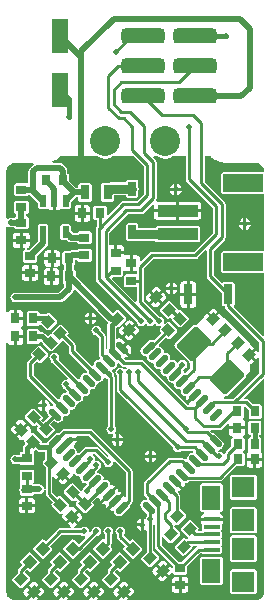
<source format=gtl>
G04 Layer_Physical_Order=1*
G04 Layer_Color=255*
%FSLAX25Y25*%
%MOIN*%
G70*
G01*
G75*
%ADD10R,0.03543X0.03150*%
%ADD11R,0.03150X0.03543*%
G04:AMPARAMS|DCode=12|XSize=78.74mil|YSize=94.49mil|CornerRadius=7.87mil|HoleSize=0mil|Usage=FLASHONLY|Rotation=315.000|XOffset=0mil|YOffset=0mil|HoleType=Round|Shape=RoundedRectangle|*
%AMROUNDEDRECTD12*
21,1,0.07874,0.07874,0,0,315.0*
21,1,0.06299,0.09449,0,0,315.0*
1,1,0.01575,-0.00557,-0.05011*
1,1,0.01575,-0.05011,-0.00557*
1,1,0.01575,0.00557,0.05011*
1,1,0.01575,0.05011,0.00557*
%
%ADD12ROUNDEDRECTD12*%
%ADD13R,0.02165X0.04134*%
G04:AMPARAMS|DCode=14|XSize=21.65mil|YSize=51.18mil|CornerRadius=0mil|HoleSize=0mil|Usage=FLASHONLY|Rotation=135.000|XOffset=0mil|YOffset=0mil|HoleType=Round|Shape=Round|*
%AMOVALD14*
21,1,0.02953,0.02165,0.00000,0.00000,225.0*
1,1,0.02165,0.01044,0.01044*
1,1,0.02165,-0.01044,-0.01044*
%
%ADD14OVALD14*%

G04:AMPARAMS|DCode=15|XSize=21.65mil|YSize=51.18mil|CornerRadius=0mil|HoleSize=0mil|Usage=FLASHONLY|Rotation=225.000|XOffset=0mil|YOffset=0mil|HoleType=Round|Shape=Round|*
%AMOVALD15*
21,1,0.02953,0.02165,0.00000,0.00000,315.0*
1,1,0.02165,-0.01044,0.01044*
1,1,0.02165,0.01044,-0.01044*
%
%ADD15OVALD15*%

%ADD16R,0.03150X0.06693*%
G04:AMPARAMS|DCode=17|XSize=35.43mil|YSize=31.5mil|CornerRadius=0mil|HoleSize=0mil|Usage=FLASHONLY|Rotation=225.000|XOffset=0mil|YOffset=0mil|HoleType=Round|Shape=Rectangle|*
%AMROTATEDRECTD17*
4,1,4,0.00139,0.02366,0.02366,0.00139,-0.00139,-0.02366,-0.02366,-0.00139,0.00139,0.02366,0.0*
%
%ADD17ROTATEDRECTD17*%

G04:AMPARAMS|DCode=18|XSize=35.43mil|YSize=31.5mil|CornerRadius=0mil|HoleSize=0mil|Usage=FLASHONLY|Rotation=135.000|XOffset=0mil|YOffset=0mil|HoleType=Round|Shape=Rectangle|*
%AMROTATEDRECTD18*
4,1,4,0.02366,-0.00139,0.00139,-0.02366,-0.02366,0.00139,-0.00139,0.02366,0.02366,-0.00139,0.0*
%
%ADD18ROTATEDRECTD18*%

G04:AMPARAMS|DCode=19|XSize=50mil|YSize=144.88mil|CornerRadius=12.5mil|HoleSize=0mil|Usage=FLASHONLY|Rotation=270.000|XOffset=0mil|YOffset=0mil|HoleType=Round|Shape=RoundedRectangle|*
%AMROUNDEDRECTD19*
21,1,0.05000,0.11988,0,0,270.0*
21,1,0.02500,0.14488,0,0,270.0*
1,1,0.02500,-0.05994,-0.01250*
1,1,0.02500,-0.05994,0.01250*
1,1,0.02500,0.05994,0.01250*
1,1,0.02500,0.05994,-0.01250*
%
%ADD19ROUNDEDRECTD19*%
%ADD20R,0.13386X0.05905*%
%ADD21R,0.13780X0.03937*%
%ADD22R,0.07480X0.07480*%
%ADD23R,0.07480X0.07087*%
%ADD24R,0.06299X0.08268*%
%ADD25R,0.05315X0.01575*%
%ADD26R,0.05512X0.11811*%
%ADD27R,0.03150X0.04921*%
G04:AMPARAMS|DCode=28|XSize=37.4mil|YSize=35.43mil|CornerRadius=0mil|HoleSize=0mil|Usage=FLASHONLY|Rotation=315.000|XOffset=0mil|YOffset=0mil|HoleType=Round|Shape=Rectangle|*
%AMROTATEDRECTD28*
4,1,4,-0.02575,0.00070,-0.00070,0.02575,0.02575,-0.00070,0.00070,-0.02575,-0.02575,0.00070,0.0*
%
%ADD28ROTATEDRECTD28*%

%ADD29R,0.02756X0.04724*%
G04:AMPARAMS|DCode=30|XSize=33.47mil|YSize=31.5mil|CornerRadius=0mil|HoleSize=0mil|Usage=FLASHONLY|Rotation=135.000|XOffset=0mil|YOffset=0mil|HoleType=Round|Shape=Rectangle|*
%AMROTATEDRECTD30*
4,1,4,0.02297,-0.00070,0.00070,-0.02297,-0.02297,0.00070,-0.00070,0.02297,0.02297,-0.00070,0.0*
%
%ADD30ROTATEDRECTD30*%

%ADD31R,0.03150X0.03347*%
G04:AMPARAMS|DCode=32|XSize=33.47mil|YSize=31.5mil|CornerRadius=0mil|HoleSize=0mil|Usage=FLASHONLY|Rotation=225.000|XOffset=0mil|YOffset=0mil|HoleType=Round|Shape=Rectangle|*
%AMROTATEDRECTD32*
4,1,4,0.00070,0.02297,0.02297,0.00070,-0.00070,-0.02297,-0.02297,-0.00070,0.00070,0.02297,0.0*
%
%ADD32ROTATEDRECTD32*%

%ADD33R,0.03347X0.03150*%
%ADD34C,0.01000*%
%ADD35C,0.02000*%
%ADD36C,0.01500*%
%ADD37C,0.03000*%
%ADD38C,0.10000*%
%ADD39C,0.02000*%
G36*
X170386Y249693D02*
X170553Y249582D01*
X170695Y249440D01*
X171510Y248895D01*
X171696Y248818D01*
X171863Y248707D01*
X172768Y248331D01*
X172965Y248292D01*
X173151Y248215D01*
X174112Y248024D01*
X174263D01*
X174410Y247987D01*
X174900Y247963D01*
X174950Y247971D01*
X175000Y247961D01*
X185292D01*
X185864Y247847D01*
X186402Y247624D01*
X186887Y247300D01*
X187300Y246887D01*
X187624Y246403D01*
X187847Y245864D01*
X187961Y245292D01*
Y245205D01*
X187654Y244791D01*
X174268D01*
X173809Y244601D01*
X173618Y244142D01*
Y238236D01*
X173809Y237777D01*
X174268Y237587D01*
X187654D01*
X187961Y237381D01*
Y218619D01*
X187654Y218413D01*
X174268D01*
X173809Y218223D01*
X173618Y217764D01*
Y211858D01*
X173809Y211399D01*
X174268Y211209D01*
X187654D01*
X187961Y211003D01*
Y190278D01*
X187499Y190087D01*
X177898Y199688D01*
X177996Y200178D01*
X178034Y200194D01*
X178224Y200654D01*
Y207347D01*
X178034Y207806D01*
X177575Y207996D01*
X174425D01*
X173966Y207806D01*
X173811Y207775D01*
X171122Y210465D01*
Y218535D01*
X174793Y222207D01*
X174793Y222207D01*
X175036Y222571D01*
X175122Y223000D01*
Y234000D01*
X175036Y234429D01*
X174793Y234793D01*
X174793Y234793D01*
X168122Y241465D01*
Y250000D01*
X170079D01*
X170386Y249693D01*
D02*
G37*
G36*
X168878Y218585D02*
Y210000D01*
X168878Y210000D01*
X168964Y209571D01*
X169207Y209207D01*
X173776Y204638D01*
Y200654D01*
X173966Y200194D01*
X174425Y200004D01*
X174878Y200000D01*
X174964Y199571D01*
X175207Y199207D01*
X186378Y188035D01*
Y185137D01*
X185878Y184930D01*
X185306Y185502D01*
X183756Y183951D01*
X185237Y182470D01*
X185878Y183112D01*
X186378Y182905D01*
Y177965D01*
X177535Y169122D01*
X174775D01*
X174583Y169583D01*
X175007Y170007D01*
X175011Y170007D01*
X175552Y170114D01*
X176011Y170421D01*
X181579Y175989D01*
X181886Y176448D01*
X181993Y176989D01*
X181993Y176993D01*
X183070Y178070D01*
Y180653D01*
X183369Y180713D01*
X183700Y180934D01*
X184530Y181763D01*
X182695Y183598D01*
X183049Y183951D01*
X182695Y184305D01*
X184599Y186209D01*
X183839Y186969D01*
X183509Y187190D01*
X183356Y187220D01*
X183070Y187711D01*
X183070Y187711D01*
X183070Y187711D01*
X174762Y196018D01*
X174742Y195999D01*
X174699Y196000D01*
X174239Y196160D01*
X174190Y196408D01*
X173969Y196739D01*
X172920Y197789D01*
X171589Y195879D01*
X171021D01*
X170951Y195949D01*
X170882Y195879D01*
X170314D01*
X169050Y197717D01*
X167934Y196600D01*
X167713Y196269D01*
X167635Y195879D01*
X167340D01*
Y195696D01*
X165530Y193886D01*
X164989Y193993D01*
X164448Y193886D01*
X163989Y193579D01*
X158421Y188011D01*
X158114Y187552D01*
X158007Y187011D01*
X158114Y186470D01*
X158421Y186011D01*
X162875Y181556D01*
X163311Y181265D01*
Y179397D01*
X161742Y177828D01*
X161634Y177849D01*
X161437Y177810D01*
X161083Y178164D01*
X161122Y178361D01*
X161053Y178708D01*
X161249Y179000D01*
X161778Y179354D01*
X162132Y179883D01*
X162256Y180507D01*
X162132Y181131D01*
X161778Y181661D01*
X161249Y182014D01*
X160624Y182139D01*
X160000Y182014D01*
X159471Y181661D01*
X159256Y181339D01*
X159098Y181308D01*
X158691Y181355D01*
X158393Y181801D01*
X157836Y182173D01*
X157179Y182304D01*
X156982Y182264D01*
X156629Y182618D01*
X156668Y182815D01*
X156537Y183472D01*
X156166Y184028D01*
X155609Y184400D01*
X154952Y184531D01*
X154755Y184492D01*
X154402Y184845D01*
X154441Y185042D01*
X154310Y185699D01*
X153938Y186255D01*
X153382Y186627D01*
X152997Y186704D01*
X152832Y187246D01*
X155272Y189685D01*
X155662Y189295D01*
X156121Y189105D01*
X156580Y189295D01*
X158807Y191523D01*
X158996Y191979D01*
X158997Y191982D01*
X158807Y192441D01*
X158807Y192441D01*
X156441Y194807D01*
X155982Y194997D01*
X155523Y194807D01*
X154999Y194283D01*
X154538Y194530D01*
X154631Y195000D01*
X154507Y195624D01*
X154154Y196153D01*
X153624Y196507D01*
X153000Y196631D01*
X152962Y196624D01*
X147722Y201865D01*
Y212735D01*
X150865Y215879D01*
X165000D01*
X165000Y215878D01*
X165429Y215964D01*
X165793Y216207D01*
X168378Y218792D01*
X168878Y218585D01*
D02*
G37*
G36*
X161878Y242414D02*
X161878Y242414D01*
X161964Y241985D01*
X162207Y241621D01*
X170878Y232949D01*
Y224465D01*
X164535Y218122D01*
X150400D01*
X150400Y218122D01*
X149971Y218036D01*
X149607Y217793D01*
X149607Y217793D01*
X146953Y215139D01*
X146491Y215331D01*
Y216028D01*
X146414Y216418D01*
X146193Y216748D01*
X145862Y216969D01*
X145472Y217047D01*
X144200D01*
Y214453D01*
Y211858D01*
X145472D01*
X145478Y211853D01*
Y210776D01*
X145472Y210771D01*
X141928D01*
X141469Y210581D01*
X141279Y210122D01*
Y206972D01*
X141469Y206513D01*
X141928Y206323D01*
X145472D01*
X145478Y206318D01*
Y201815D01*
X144978Y201608D01*
X137325Y209261D01*
X137516Y209723D01*
X140172D01*
X140631Y209913D01*
X140821Y210372D01*
Y211859D01*
X140927Y211941D01*
X141321Y212081D01*
X141538Y211936D01*
X141928Y211858D01*
X143200D01*
Y214453D01*
Y217047D01*
X141928D01*
X141691Y217000D01*
X141287Y217237D01*
X141191Y217339D01*
Y217353D01*
X138400D01*
Y217853D01*
X137900D01*
Y220447D01*
X136628D01*
X136222Y220876D01*
Y224635D01*
X142465Y230878D01*
X147000D01*
X147000Y230878D01*
X147429Y230964D01*
X147793Y231207D01*
X150741Y234155D01*
X151201Y233908D01*
X151201Y233906D01*
Y232437D01*
X158610D01*
Y234925D01*
X152220D01*
X152195Y234920D01*
X151903Y235372D01*
X152036Y235571D01*
X152122Y236000D01*
Y248000D01*
X152122Y248000D01*
X152036Y248429D01*
X151793Y248793D01*
X151048Y249538D01*
X151239Y250000D01*
X152308D01*
X153446Y249529D01*
X153534D01*
X153610Y249485D01*
X154915Y249313D01*
X154958Y249325D01*
X155000Y249307D01*
X155042Y249325D01*
X155085Y249313D01*
X156390Y249485D01*
X156466Y249529D01*
X156554D01*
X157692Y250000D01*
X161878D01*
Y242414D01*
D02*
G37*
G36*
X147878Y246535D02*
Y237465D01*
X145535Y235121D01*
X141000D01*
X141000Y235122D01*
X140571Y235036D01*
X140207Y234793D01*
X140207Y234793D01*
X135939Y230525D01*
X135477Y230716D01*
Y232872D01*
X135287Y233331D01*
X134827Y233521D01*
X131678D01*
X131219Y233331D01*
X131028Y232872D01*
Y229328D01*
X131219Y228869D01*
X131678Y228679D01*
X132131D01*
Y226680D01*
X131964Y226429D01*
X131878Y226000D01*
X131878Y226000D01*
Y209000D01*
X131878Y209000D01*
X131964Y208571D01*
X132207Y208207D01*
X145376Y195038D01*
X145369Y195000D01*
X145493Y194376D01*
X145846Y193846D01*
X146376Y193493D01*
X147000Y193369D01*
X147624Y193493D01*
X148153Y193846D01*
X148250Y193991D01*
X148750D01*
X148846Y193846D01*
X149376Y193493D01*
X150000Y193369D01*
X150624Y193493D01*
X151154Y193846D01*
X151250Y193991D01*
X151750D01*
X151847Y193846D01*
X152376Y193493D01*
X153000Y193369D01*
X153470Y193462D01*
X153717Y193001D01*
X153295Y192580D01*
X153106Y192124D01*
X153105Y192121D01*
X153295Y191662D01*
X153295Y191662D01*
X153685Y191272D01*
X151223Y188809D01*
X151155Y188854D01*
X150498Y188985D01*
X149842Y188854D01*
X149285Y188482D01*
X147197Y186395D01*
X146825Y185838D01*
X146695Y185181D01*
X146825Y184525D01*
X147197Y183968D01*
X147754Y183596D01*
X148410Y183466D01*
X148607Y183505D01*
X148961Y183151D01*
X148922Y182954D01*
X149052Y182298D01*
X149424Y181741D01*
X149981Y181369D01*
X150637Y181239D01*
X150835Y181278D01*
X151188Y180924D01*
X151149Y180727D01*
X151279Y180071D01*
X151651Y179514D01*
X152208Y179142D01*
X152865Y179011D01*
X153062Y179051D01*
X153415Y178697D01*
X153376Y178500D01*
X153507Y177843D01*
X153878Y177287D01*
X154435Y176915D01*
X155092Y176784D01*
X155289Y176824D01*
X155642Y176470D01*
X155603Y176273D01*
X155734Y175616D01*
X156105Y175060D01*
X156662Y174688D01*
X157319Y174557D01*
X157516Y174597D01*
X157869Y174243D01*
X157830Y174046D01*
X157961Y173389D01*
X158333Y172833D01*
X158889Y172461D01*
X159546Y172330D01*
X159743Y172369D01*
X160097Y172016D01*
X160057Y171819D01*
X160188Y171162D01*
X160560Y170606D01*
X161116Y170234D01*
X161773Y170103D01*
X161944Y169932D01*
X161876Y169592D01*
X162038Y168779D01*
X162215Y168514D01*
X164690Y170989D01*
X165398Y170282D01*
X162922Y167807D01*
X162973Y167773D01*
X162821Y167273D01*
X162313D01*
X147793Y181793D01*
X147429Y182036D01*
X147000Y182122D01*
X147000Y182122D01*
X141781D01*
X141297Y182606D01*
X141543Y183067D01*
X141590Y183058D01*
X142402Y183220D01*
X142667Y183397D01*
X140192Y185872D01*
X140546Y186225D01*
X140192Y186579D01*
X141694Y188080D01*
X141003Y188771D01*
X140314Y189231D01*
X139502Y189393D01*
X138946Y189282D01*
X138446Y189624D01*
Y192683D01*
X138946Y193017D01*
X138979Y193004D01*
X138982Y193003D01*
X139441Y193193D01*
X139441Y193193D01*
X141807Y195559D01*
X141997Y196018D01*
X141807Y196477D01*
X139580Y198705D01*
X139124Y198894D01*
X139121Y198895D01*
X138662Y198705D01*
X138662Y198705D01*
X137608Y197651D01*
X125177Y210083D01*
Y211772D01*
X124987Y212231D01*
X124584Y212398D01*
Y213782D01*
X124790Y213867D01*
X124980Y214327D01*
Y215416D01*
X125602D01*
X125769Y215013D01*
X126228Y214823D01*
X129772D01*
X130231Y215013D01*
X130421Y215472D01*
Y218622D01*
X130231Y219081D01*
X129772Y219271D01*
X126228D01*
X125769Y219081D01*
X125602Y218679D01*
X123803D01*
X123179Y218554D01*
X122832Y218323D01*
X121181D01*
X120722Y218132D01*
X120532Y217673D01*
Y214327D01*
X120722Y213867D01*
X121181Y213677D01*
X121321D01*
Y212398D01*
X120919Y212231D01*
X120729Y211772D01*
Y208228D01*
X120919Y207769D01*
X121321Y207602D01*
Y206628D01*
X119324Y204631D01*
X105000D01*
X104376Y204507D01*
X103847Y204153D01*
X103493Y203624D01*
X103369Y203000D01*
X103493Y202376D01*
X103847Y201847D01*
X104376Y201493D01*
X105000Y201369D01*
X120000D01*
X120624Y201493D01*
X121153Y201847D01*
X124106Y204799D01*
X124460Y205328D01*
X124485Y205454D01*
X125027Y205618D01*
X135851Y194795D01*
X135953Y194727D01*
X135798Y194493D01*
X135693Y193967D01*
Y185842D01*
X135622Y185754D01*
X135122Y185930D01*
Y190000D01*
X135122Y190000D01*
X135036Y190429D01*
X134793Y190793D01*
X134793Y190793D01*
X133624Y191962D01*
X133631Y192000D01*
X133507Y192624D01*
X133153Y193154D01*
X132624Y193507D01*
X132000Y193631D01*
X131376Y193507D01*
X130847Y193154D01*
X130493Y192624D01*
X130369Y192000D01*
X130493Y191376D01*
X130847Y190847D01*
X131376Y190493D01*
X132000Y190369D01*
X132038Y190376D01*
X132878Y189535D01*
Y183863D01*
X132878Y183863D01*
X132964Y183433D01*
X133207Y183070D01*
X133221Y183056D01*
X133226Y182681D01*
X132820Y182304D01*
X132164Y182173D01*
X131607Y181801D01*
X131235Y181245D01*
X131105Y180588D01*
X130707Y180214D01*
X130366Y180220D01*
X125122Y185465D01*
Y187000D01*
X125122Y187000D01*
X125036Y187429D01*
X124793Y187793D01*
X124793Y187793D01*
X122315Y190272D01*
X122705Y190662D01*
X122895Y191121D01*
X122705Y191580D01*
X120477Y193807D01*
X120021Y193996D01*
X120018Y193997D01*
X119559Y193807D01*
X119559Y193807D01*
X117193Y191441D01*
X117145Y191326D01*
X117120Y191279D01*
X116879Y190895D01*
X116420Y190705D01*
X115831Y190116D01*
X114973Y190973D01*
X114527Y191272D01*
X114000Y191376D01*
X113177D01*
Y191772D01*
X112987Y192231D01*
X112528Y192421D01*
X109378D01*
X108919Y192231D01*
X108729Y191772D01*
Y188228D01*
X108919Y187769D01*
X109378Y187579D01*
X112528D01*
X112987Y187769D01*
X113160Y188187D01*
X113364Y188284D01*
X113677Y188376D01*
X114012Y188041D01*
X114004Y188021D01*
X114003Y188018D01*
X114193Y187559D01*
X114193Y187559D01*
X116559Y185193D01*
X117018Y185003D01*
X117478Y185193D01*
X119705Y187420D01*
X119895Y187879D01*
X120231Y188251D01*
X120338Y188295D01*
X120338Y188295D01*
X120728Y188685D01*
X122878Y186535D01*
Y185000D01*
X122878Y185000D01*
X122964Y184571D01*
X123207Y184207D01*
X128799Y178615D01*
X128802Y178206D01*
X128388Y177845D01*
X128366Y177849D01*
X127710Y177719D01*
X127153Y177347D01*
X126781Y176790D01*
X126651Y176134D01*
X126273Y175729D01*
X125899Y175733D01*
X119407Y182225D01*
X119507Y182376D01*
X119631Y183000D01*
X119507Y183624D01*
X119153Y184153D01*
X118624Y184507D01*
X118000Y184631D01*
X117376Y184507D01*
X116847Y184153D01*
X116493Y183624D01*
X116369Y183000D01*
X116493Y182376D01*
X116847Y181846D01*
X116929Y181791D01*
X116964Y181617D01*
X117207Y181253D01*
X122398Y176062D01*
X122151Y175601D01*
X122000Y175631D01*
X121376Y175507D01*
X120846Y175154D01*
X120493Y174624D01*
X120369Y174000D01*
X120493Y173376D01*
X120846Y172846D01*
X121376Y172493D01*
X121547Y172459D01*
X122085Y171920D01*
X122090Y171545D01*
X121685Y171168D01*
X121028Y171037D01*
X120472Y170666D01*
X120100Y170109D01*
X119969Y169452D01*
X119592Y169047D01*
X119217Y169052D01*
X111122Y177148D01*
Y180535D01*
X112272Y181685D01*
X112662Y181295D01*
X113121Y181105D01*
X113580Y181295D01*
X115807Y183522D01*
X115996Y183979D01*
X115997Y183982D01*
X115807Y184441D01*
X115807Y184441D01*
X113441Y186807D01*
X112982Y186997D01*
X112522Y186807D01*
X110295Y184580D01*
X110106Y184124D01*
X110105Y184121D01*
X110295Y183662D01*
X110295Y183662D01*
X110685Y183272D01*
X109207Y181793D01*
X108964Y181429D01*
X108878Y181000D01*
X108878Y181000D01*
Y176683D01*
X108878Y176683D01*
X108964Y176254D01*
X109207Y175890D01*
X117631Y167466D01*
X117636Y167091D01*
X117231Y166714D01*
X116982Y166664D01*
X116615Y166942D01*
X116523Y167083D01*
X116384Y167780D01*
X115942Y168442D01*
X115280Y168884D01*
X115000Y168940D01*
Y167000D01*
Y165060D01*
X115031Y165066D01*
X115348Y165022D01*
X115573Y164710D01*
X115646Y164342D01*
X116018Y163785D01*
X116269Y163534D01*
X114760Y162025D01*
X114489Y161913D01*
X114169Y161593D01*
X113593Y162169D01*
X113913Y162489D01*
X114104Y162949D01*
X113913Y163408D01*
X111408Y165913D01*
X110949Y166104D01*
X110489Y165913D01*
X108262Y163686D01*
X108072Y163227D01*
X108262Y162768D01*
X110768Y160262D01*
X111227Y160072D01*
X111686Y160262D01*
X112007Y160583D01*
X112583Y160007D01*
X112262Y159686D01*
X112072Y159227D01*
X112262Y158768D01*
X114768Y156262D01*
X115227Y156072D01*
X115686Y156262D01*
X117913Y158490D01*
X118104Y158949D01*
X117913Y159408D01*
X116614Y160707D01*
X117855Y161948D01*
X118105Y161697D01*
X118662Y161325D01*
X119319Y161195D01*
X119975Y161325D01*
X120532Y161697D01*
X120904Y162254D01*
X121034Y162910D01*
X120995Y163107D01*
X121349Y163461D01*
X121546Y163422D01*
X122202Y163552D01*
X122759Y163924D01*
X123131Y164481D01*
X123261Y165137D01*
X123222Y165334D01*
X123576Y165688D01*
X123773Y165649D01*
X124429Y165779D01*
X124986Y166151D01*
X125358Y166708D01*
X125488Y167365D01*
X125449Y167562D01*
X125803Y167915D01*
X126000Y167876D01*
X126656Y168007D01*
X127213Y168378D01*
X127585Y168935D01*
X127716Y169592D01*
X127676Y169789D01*
X128030Y170142D01*
X128227Y170103D01*
X128884Y170234D01*
X129440Y170606D01*
X129812Y171162D01*
X129943Y171819D01*
X129903Y172016D01*
X130257Y172369D01*
X130454Y172330D01*
X131111Y172461D01*
X131667Y172833D01*
X132039Y173389D01*
X132170Y174046D01*
X132131Y174243D01*
X132484Y174597D01*
X132681Y174557D01*
X133338Y174688D01*
X133895Y175060D01*
X134266Y175616D01*
X134396Y176267D01*
X134415Y176280D01*
X134870Y176458D01*
X135027Y176222D01*
X135557Y175868D01*
X135878Y175804D01*
Y160175D01*
X135846Y160153D01*
X135493Y159624D01*
X135369Y159000D01*
X135493Y158376D01*
X135846Y157846D01*
X136376Y157493D01*
X137000Y157369D01*
X137423Y157453D01*
X137618Y156982D01*
X137558Y156942D01*
X137116Y156280D01*
X137060Y156000D01*
X138500D01*
Y157440D01*
X138421Y157424D01*
X138226Y157733D01*
X138180Y157886D01*
X138507Y158376D01*
X138631Y159000D01*
X138507Y159624D01*
X138154Y160153D01*
X138122Y160175D01*
Y176408D01*
X138122Y176408D01*
X138036Y176838D01*
X137793Y177201D01*
X137793Y177201D01*
X137780Y177214D01*
X137812Y177376D01*
X137688Y178000D01*
X137334Y178529D01*
X137321Y178539D01*
X137426Y179069D01*
X137792Y179142D01*
X138349Y179514D01*
X138721Y180071D01*
X138851Y180727D01*
X138812Y180924D01*
X139165Y181278D01*
X139363Y181239D01*
X139471Y181260D01*
X140524Y180207D01*
X140524Y180207D01*
X140888Y179964D01*
X141317Y179878D01*
X141317Y179878D01*
X142031D01*
X142183Y179378D01*
X141847Y179154D01*
X141750Y179009D01*
X141250D01*
X141154Y179154D01*
X140624Y179507D01*
X140000Y179631D01*
X139376Y179507D01*
X138847Y179154D01*
X138493Y178624D01*
X138369Y178000D01*
X138493Y177376D01*
X138847Y176847D01*
X138878Y176825D01*
Y172114D01*
X138878Y172114D01*
X138964Y171685D01*
X139207Y171321D01*
X157490Y153038D01*
X157482Y153000D01*
X157607Y152376D01*
X157960Y151847D01*
X158490Y151493D01*
X159114Y151369D01*
X159738Y151493D01*
X160267Y151847D01*
X160289Y151878D01*
X164067D01*
X164213Y151799D01*
X164246Y151585D01*
X164000Y151124D01*
X163344Y150994D01*
X162787Y150622D01*
X162415Y150065D01*
X162284Y149408D01*
X161907Y149003D01*
X161532Y149008D01*
X161353Y149188D01*
X160989Y149431D01*
X160560Y149516D01*
X160560Y149516D01*
X156395D01*
X156395Y149516D01*
X155965Y149431D01*
X155601Y149188D01*
X155601Y149188D01*
X148207Y141793D01*
X147964Y141429D01*
X147878Y141000D01*
X147878Y141000D01*
Y137683D01*
X147878Y137683D01*
X147964Y137254D01*
X148207Y136890D01*
X148811Y136286D01*
X148815Y135912D01*
X148410Y135534D01*
X147754Y135404D01*
X147197Y135032D01*
X146825Y134475D01*
X146695Y133819D01*
X146825Y133162D01*
X147197Y132606D01*
X148878Y130924D01*
Y130175D01*
X148846Y130154D01*
X148493Y129624D01*
X148468Y129502D01*
X148164Y129104D01*
X147928Y129151D01*
X147884Y129159D01*
Y127220D01*
Y125280D01*
X148164Y125336D01*
X148350Y125460D01*
X148791Y125224D01*
Y118112D01*
X147087Y116408D01*
X146896Y115949D01*
X147087Y115489D01*
X149314Y113262D01*
X149773Y113072D01*
X150232Y113262D01*
X152738Y115768D01*
X152928Y116227D01*
X152738Y116686D01*
X151034Y118390D01*
Y127266D01*
X151059Y127295D01*
X151493Y127128D01*
X151559Y127055D01*
Y120075D01*
X151559Y120075D01*
X151645Y119646D01*
X151888Y119282D01*
X157677Y113493D01*
Y112921D01*
X157177Y112769D01*
X157175Y112772D01*
X156415Y113532D01*
X154795Y111912D01*
X156276Y110431D01*
X157175Y111330D01*
X157177Y111334D01*
X157677Y111182D01*
Y111181D01*
X157868Y110722D01*
X158327Y110532D01*
X161673D01*
X162132Y110722D01*
X162323Y111181D01*
Y113493D01*
X166590Y117760D01*
X167300D01*
X167352Y117635D01*
X167811Y117445D01*
X173126D01*
X173585Y117635D01*
X173775Y118095D01*
Y119669D01*
X173585Y120129D01*
X173585Y120194D01*
X173775Y120653D01*
Y122228D01*
X173585Y122688D01*
X173753Y123159D01*
X173775Y123213D01*
Y124787D01*
X173753Y124841D01*
X173585Y125312D01*
X173775Y125772D01*
Y127347D01*
X173705Y127515D01*
X173847Y127610D01*
X174068Y127940D01*
X174146Y128331D01*
Y128618D01*
X170468D01*
X166791D01*
Y128331D01*
X166869Y127940D01*
X167090Y127610D01*
X167232Y127515D01*
X167162Y127347D01*
Y125772D01*
X167184Y125718D01*
X167220Y125616D01*
X166890Y125122D01*
X166150D01*
X165913Y125592D01*
X166104Y126051D01*
X165913Y126511D01*
X163686Y128738D01*
X163227Y128928D01*
X162768Y128738D01*
X160262Y126232D01*
X160072Y125773D01*
X160262Y125314D01*
X162489Y123087D01*
X162582Y123048D01*
X162592Y122918D01*
X162503Y122540D01*
X162188Y122477D01*
X162043Y122381D01*
X161686Y122738D01*
X161227Y122928D01*
X160768Y122738D01*
X158262Y120232D01*
X158072Y119773D01*
X158262Y119314D01*
X160489Y117087D01*
X160949Y116896D01*
X161408Y117087D01*
X163913Y119592D01*
X164104Y120051D01*
X164283Y120319D01*
X165397D01*
X165549Y119819D01*
X165333Y119675D01*
X160638Y114980D01*
X159362D01*
X153802Y120540D01*
Y123067D01*
X154302Y123274D01*
X156314Y121262D01*
X156773Y121072D01*
X157232Y121262D01*
X159738Y123768D01*
X159928Y124227D01*
X159738Y124686D01*
X158034Y126390D01*
Y126878D01*
X158049Y126899D01*
X158454Y127164D01*
X158522Y127176D01*
X158773Y127072D01*
X159232Y127262D01*
X161738Y129768D01*
X161928Y130227D01*
X161738Y130686D01*
X160034Y132390D01*
Y136679D01*
X160034Y136679D01*
X159948Y137109D01*
X159705Y137473D01*
X159114Y138064D01*
X159360Y138525D01*
X159407Y138516D01*
X160219Y138677D01*
X160484Y138854D01*
X158009Y141330D01*
X158716Y142037D01*
X161191Y139561D01*
X161368Y139827D01*
X161530Y140639D01*
X161462Y140979D01*
X161634Y141151D01*
X162290Y141281D01*
X162847Y141653D01*
X162938Y141789D01*
X173155D01*
X173155Y141789D01*
X173584Y141875D01*
X173948Y142118D01*
X178507Y146677D01*
X180819D01*
X181278Y146868D01*
X181468Y147327D01*
Y150673D01*
X181278Y151132D01*
X181044Y151229D01*
Y151771D01*
X181278Y151868D01*
X181468Y152327D01*
Y155673D01*
X181278Y156132D01*
X180900Y156289D01*
X180849Y156644D01*
X180864Y156804D01*
X181168Y157007D01*
X181389Y157338D01*
X181467Y157728D01*
Y159000D01*
X178872D01*
X176278D01*
Y157728D01*
X176356Y157338D01*
X176577Y157007D01*
X176907Y156786D01*
X177298Y156709D01*
X177394Y156209D01*
X177210Y156132D01*
X177020Y155673D01*
Y153362D01*
X175207Y151549D01*
X174964Y151185D01*
X174911Y150920D01*
X174436Y150790D01*
X174394Y150794D01*
X174153Y151154D01*
X173624Y151507D01*
X173000Y151631D01*
X172604Y151929D01*
X172769Y152286D01*
X173426Y152417D01*
X173982Y152789D01*
X174354Y153345D01*
X174485Y154002D01*
X174354Y154658D01*
X173982Y155215D01*
X171895Y157303D01*
X171338Y157675D01*
X170681Y157805D01*
X170573Y157784D01*
X169979Y158378D01*
X170186Y158878D01*
X173000D01*
X173000Y158878D01*
X173429Y158964D01*
X173793Y159207D01*
X175778Y161192D01*
X176278Y160985D01*
Y160000D01*
X178872D01*
X181467D01*
Y161272D01*
X181389Y161662D01*
X181168Y161993D01*
X180918Y162160D01*
X180885Y162475D01*
X180928Y162706D01*
X181081Y162769D01*
X181272Y163228D01*
Y166388D01*
X181772Y166595D01*
X182729Y165638D01*
Y163228D01*
X182919Y162769D01*
X183378Y162579D01*
X186528D01*
X186987Y162769D01*
X187177Y163228D01*
Y166772D01*
X186987Y167231D01*
X186528Y167421D01*
X184118D01*
X182746Y168793D01*
X182382Y169036D01*
X181953Y169122D01*
X181953Y169122D01*
X181361D01*
X181170Y169583D01*
X187499Y175913D01*
X187961Y175722D01*
Y105000D01*
Y104708D01*
X187847Y104136D01*
X187624Y103597D01*
X187300Y103113D01*
X186887Y102700D01*
X186402Y102376D01*
X185864Y102153D01*
X185292Y102039D01*
X142537D01*
X142346Y102501D01*
X142569Y102724D01*
X141088Y104205D01*
X139468Y102585D01*
X139551Y102501D01*
X139360Y102039D01*
X132537D01*
X132346Y102501D01*
X132569Y102724D01*
X131088Y104205D01*
X129468Y102585D01*
X129551Y102501D01*
X129360Y102039D01*
X122537D01*
X122346Y102501D01*
X122569Y102724D01*
X121088Y104205D01*
X119468Y102585D01*
X119552Y102501D01*
X119360Y102039D01*
X112537D01*
X112346Y102501D01*
X112569Y102724D01*
X111088Y104205D01*
X109468Y102585D01*
X109552Y102501D01*
X109360Y102039D01*
X104708D01*
X104136Y102153D01*
X103597Y102376D01*
X103113Y102700D01*
X102700Y103113D01*
X102376Y103597D01*
X102153Y104136D01*
X102039Y104708D01*
Y105000D01*
Y187745D01*
X102531Y187838D01*
X102752Y187507D01*
X103082Y187286D01*
X103472Y187209D01*
X104547D01*
Y190000D01*
X105047D01*
Y190500D01*
X107642D01*
Y191772D01*
X107564Y192162D01*
X107343Y192493D01*
X107012Y192714D01*
X106854Y192745D01*
Y193255D01*
X107012Y193286D01*
X107343Y193507D01*
X107564Y193838D01*
X107642Y194228D01*
Y195500D01*
X105047D01*
Y196000D01*
X104547D01*
Y198791D01*
X103472D01*
X103082Y198714D01*
X102752Y198493D01*
X102531Y198162D01*
X102039Y198255D01*
Y226475D01*
X102076Y226513D01*
X102539Y226702D01*
X102923Y226446D01*
X103547Y226321D01*
X104602D01*
X104769Y225919D01*
X105228Y225729D01*
X108772D01*
X109231Y225919D01*
X109421Y226378D01*
Y229528D01*
X109231Y229987D01*
X108772Y230177D01*
X108631D01*
Y230823D01*
X108772D01*
X109231Y231013D01*
X109421Y231472D01*
Y234622D01*
X109231Y235081D01*
X108772Y235272D01*
X105228D01*
X104769Y235081D01*
X104579Y234622D01*
Y231472D01*
X104769Y231013D01*
X105228Y230823D01*
X105369D01*
Y230177D01*
X105228D01*
X104769Y229987D01*
X104602Y229584D01*
X103737D01*
X103500Y229631D01*
X102876Y229507D01*
X102539Y229282D01*
X102039Y229525D01*
Y245292D01*
X102153Y245864D01*
X102376Y246403D01*
X102700Y246887D01*
X103113Y247300D01*
X103597Y247624D01*
X104136Y247847D01*
X104708Y247961D01*
X111033D01*
X111185Y247461D01*
X111091Y247398D01*
X109846Y246153D01*
X109493Y245624D01*
X109369Y245000D01*
Y241471D01*
X108869Y241137D01*
X108772Y241177D01*
X105228D01*
X104769Y240987D01*
X104579Y240528D01*
Y237378D01*
X104769Y236919D01*
X105228Y236729D01*
X108772D01*
X109231Y236919D01*
X109373Y237261D01*
X109860Y237310D01*
X112528Y234642D01*
Y233150D01*
X112718Y232690D01*
X113177Y232500D01*
X115342D01*
X115539Y232581D01*
X115803Y232689D01*
X116195Y232431D01*
X116196Y232429D01*
X116527Y232208D01*
X116917Y232130D01*
X117500D01*
Y235216D01*
X118500D01*
Y232130D01*
X119083D01*
X119473Y232208D01*
X119804Y232429D01*
X119805Y232431D01*
X120197Y232689D01*
X120461Y232581D01*
X120658Y232500D01*
X122823D01*
X123282Y232690D01*
X123472Y233150D01*
Y234642D01*
X125199Y236369D01*
X126036D01*
Y235539D01*
X126226Y235080D01*
X126685Y234890D01*
X129835D01*
X130294Y235080D01*
X130484Y235539D01*
Y240461D01*
X130294Y240920D01*
X129835Y241110D01*
X126685D01*
X126226Y240920D01*
X126036Y240461D01*
Y239631D01*
X125199D01*
X122980Y241851D01*
Y243673D01*
X122790Y244132D01*
X122387Y244299D01*
Y245244D01*
X122263Y245868D01*
X121909Y246398D01*
X120909Y247398D01*
X120380Y247751D01*
X119756Y247875D01*
X117438D01*
X117338Y248376D01*
X118137Y248707D01*
X118304Y248818D01*
X118490Y248895D01*
X119305Y249440D01*
X119447Y249582D01*
X119614Y249693D01*
X119921Y250000D01*
X132308D01*
X133446Y249529D01*
X133534D01*
X133610Y249485D01*
X134915Y249313D01*
X134959Y249325D01*
X135000Y249307D01*
X135041Y249325D01*
X135085Y249313D01*
X136390Y249485D01*
X136466Y249529D01*
X136554D01*
X137692Y250000D01*
X144414D01*
X147878Y246535D01*
D02*
G37*
%LPC*%
G36*
X181000Y227000D02*
X179560D01*
X179616Y226720D01*
X180058Y226058D01*
X180720Y225616D01*
X181000Y225560D01*
Y227000D01*
D02*
G37*
G36*
X183440D02*
X182000D01*
Y225560D01*
X182280Y225616D01*
X182942Y226058D01*
X183384Y226720D01*
X183440Y227000D01*
D02*
G37*
G36*
X182000Y229440D02*
Y228000D01*
X183440D01*
X183384Y228280D01*
X182942Y228942D01*
X182280Y229384D01*
X182000Y229440D01*
D02*
G37*
G36*
X181000D02*
X180720Y229384D01*
X180058Y228942D01*
X179616Y228280D01*
X179560Y228000D01*
X181000D01*
Y229440D01*
D02*
G37*
G36*
X171021Y199265D02*
X170631Y199187D01*
X170300Y198966D01*
X169470Y198137D01*
X170951Y196656D01*
X172502Y198206D01*
X171742Y198966D01*
X171411Y199187D01*
X171021Y199265D01*
D02*
G37*
G36*
X151912Y202381D02*
X150292Y200761D01*
X151052Y200001D01*
X151383Y199780D01*
X151773Y199702D01*
X152163Y199780D01*
X152494Y200001D01*
X153393Y200900D01*
X151912Y202381D01*
D02*
G37*
G36*
X165209Y203500D02*
X163114D01*
Y199634D01*
X164189D01*
X164579Y199712D01*
X164910Y199933D01*
X165131Y200263D01*
X165209Y200654D01*
Y203500D01*
D02*
G37*
G36*
X162114D02*
X160020D01*
Y200654D01*
X160097Y200263D01*
X160318Y199933D01*
X160649Y199712D01*
X161039Y199634D01*
X162114D01*
Y203500D01*
D02*
G37*
G36*
X156227Y201928D02*
X155768Y201738D01*
X153262Y199232D01*
X153072Y198773D01*
X153262Y198314D01*
X155490Y196087D01*
X155949Y195896D01*
X156408Y196087D01*
X156547Y196226D01*
X157003Y196018D01*
X157193Y195559D01*
X157193Y195559D01*
X159559Y193193D01*
X160018Y193003D01*
X160477Y193193D01*
X162705Y195420D01*
X162894Y195876D01*
X162895Y195879D01*
X162705Y196338D01*
X162705Y196338D01*
X160338Y198705D01*
X159879Y198895D01*
X159518Y198745D01*
X159155Y198995D01*
X159104Y199051D01*
X158913Y199511D01*
X156686Y201738D01*
X156227Y201928D01*
D02*
G37*
G36*
X157500Y207940D02*
Y206500D01*
X158940D01*
X158884Y206780D01*
X158442Y207442D01*
X157780Y207884D01*
X157500Y207940D01*
D02*
G37*
G36*
X156500D02*
X156220Y207884D01*
X155558Y207442D01*
X155116Y206780D01*
X155060Y206500D01*
X156500D01*
Y207940D01*
D02*
G37*
G36*
X164189Y208366D02*
X163114D01*
Y204500D01*
X165209D01*
Y207347D01*
X165131Y207737D01*
X164910Y208067D01*
X164579Y208288D01*
X164189Y208366D01*
D02*
G37*
G36*
X149724Y204569D02*
X148825Y203670D01*
X148604Y203339D01*
X148526Y202949D01*
X148604Y202558D01*
X148825Y202228D01*
X149585Y201468D01*
X151205Y203088D01*
X149724Y204569D01*
D02*
G37*
G36*
X152051Y206474D02*
X151661Y206396D01*
X151330Y206175D01*
X150431Y205276D01*
X151912Y203795D01*
X153532Y205415D01*
X152772Y206175D01*
X152442Y206396D01*
X152051Y206474D01*
D02*
G37*
G36*
X154239Y204708D02*
X152619Y203088D01*
X154100Y201607D01*
X154999Y202506D01*
X155220Y202837D01*
X155298Y203227D01*
X155220Y203617D01*
X154999Y203948D01*
X154239Y204708D01*
D02*
G37*
G36*
X162114Y208366D02*
X161039D01*
X160649Y208288D01*
X160318Y208067D01*
X160097Y207737D01*
X160020Y207347D01*
Y204500D01*
X162114D01*
Y208366D01*
D02*
G37*
G36*
X158940Y205500D02*
X157500D01*
Y204060D01*
X157780Y204116D01*
X158442Y204558D01*
X158884Y205220D01*
X158940Y205500D01*
D02*
G37*
G36*
X156500D02*
X155060D01*
X155116Y205220D01*
X155558Y204558D01*
X156220Y204116D01*
X156500Y204060D01*
Y205500D01*
D02*
G37*
G36*
X145378Y227728D02*
X142622D01*
X142163Y227538D01*
X141973Y227079D01*
Y222354D01*
X142163Y221895D01*
X142622Y221705D01*
X145378D01*
X145837Y221895D01*
X145848Y221922D01*
X151643D01*
X151761Y221635D01*
X152220Y221445D01*
X166000D01*
X166459Y221635D01*
X166649Y222094D01*
Y226031D01*
X166459Y226491D01*
X166000Y226681D01*
X152220D01*
X151761Y226491D01*
X151643Y226204D01*
X146027D01*
Y227079D01*
X145837Y227538D01*
X145378Y227728D01*
D02*
G37*
G36*
X140172Y220447D02*
X138900D01*
Y218353D01*
X141191D01*
Y219428D01*
X141114Y219818D01*
X140893Y220148D01*
X140562Y220370D01*
X140172Y220447D01*
D02*
G37*
G36*
X166000Y234925D02*
X159610D01*
Y232437D01*
X167020D01*
Y233906D01*
X166942Y234296D01*
X166721Y234627D01*
X166390Y234847D01*
X166000Y234925D01*
D02*
G37*
G36*
X158000Y238500D02*
X156560D01*
X156616Y238220D01*
X157058Y237558D01*
X157720Y237116D01*
X158000Y237060D01*
Y238500D01*
D02*
G37*
G36*
X159000Y240940D02*
Y239500D01*
X160440D01*
X160384Y239780D01*
X159942Y240442D01*
X159280Y240884D01*
X159000Y240940D01*
D02*
G37*
G36*
X158000D02*
X157720Y240884D01*
X157058Y240442D01*
X156616Y239780D01*
X156560Y239500D01*
X158000D01*
Y240940D01*
D02*
G37*
G36*
X160440Y238500D02*
X159000D01*
Y237060D01*
X159280Y237116D01*
X159942Y237558D01*
X160384Y238220D01*
X160440Y238500D01*
D02*
G37*
G36*
X167020Y231437D02*
X159610D01*
Y228949D01*
X166000D01*
X166390Y229027D01*
X166721Y229248D01*
X166942Y229578D01*
X167020Y229969D01*
Y231437D01*
D02*
G37*
G36*
X158610D02*
X151201D01*
Y229969D01*
X151278Y229578D01*
X151499Y229248D01*
X151830Y229027D01*
X152220Y228949D01*
X158610D01*
Y231437D01*
D02*
G37*
G36*
X110545Y136218D02*
X109372D01*
Y134123D01*
X111565D01*
Y135198D01*
X111487Y135588D01*
X111266Y135919D01*
X110935Y136140D01*
X110545Y136218D01*
D02*
G37*
G36*
X108372D02*
X107198D01*
X106808Y136140D01*
X106477Y135919D01*
X106256Y135588D01*
X106179Y135198D01*
Y134123D01*
X108372D01*
Y136218D01*
D02*
G37*
G36*
X184740Y143941D02*
X177260D01*
X176801Y143751D01*
X176610Y143291D01*
Y136205D01*
X176801Y135746D01*
X177260Y135555D01*
X184740D01*
X185199Y135746D01*
X185390Y136205D01*
Y143291D01*
X185199Y143751D01*
X184740Y143941D01*
D02*
G37*
G36*
X184256Y148500D02*
X182161D01*
Y147327D01*
X182239Y146937D01*
X182460Y146606D01*
X182791Y146385D01*
X183181Y146307D01*
X184256D01*
Y148500D01*
D02*
G37*
G36*
X120949Y143344D02*
X119398Y141794D01*
X120158Y141034D01*
X120489Y140813D01*
X120879Y140735D01*
X121269Y140813D01*
X121600Y141034D01*
X122430Y141863D01*
X120949Y143344D01*
D02*
G37*
G36*
X109100Y160393D02*
X107266Y158558D01*
X105431Y156724D01*
X106330Y155825D01*
X106661Y155604D01*
X107051Y155526D01*
X107441Y155604D01*
X107695Y155774D01*
X107706Y155766D01*
X108043Y155404D01*
X107896Y155051D01*
X108087Y154592D01*
X108366Y154313D01*
X107851Y153798D01*
X107553Y153351D01*
X107448Y152824D01*
Y151556D01*
X107100D01*
X106641Y151366D01*
X106451Y150907D01*
Y150376D01*
X105820D01*
X105624Y150507D01*
X105000Y150631D01*
X104376Y150507D01*
X103847Y150154D01*
X103493Y149624D01*
X103369Y149000D01*
X103493Y148376D01*
X103847Y147846D01*
X104376Y147493D01*
X105000Y147369D01*
X105624Y147493D01*
X105820Y147624D01*
X106506D01*
X106641Y147298D01*
X107100Y147108D01*
X110643D01*
X111102Y147298D01*
X111293Y147757D01*
Y150907D01*
X111102Y151366D01*
X110937Y151434D01*
X111090Y151912D01*
X111511Y152087D01*
X111647Y152223D01*
X112071Y152027D01*
X112518Y151728D01*
X113045Y151624D01*
X114852D01*
Y148896D01*
X114295Y148338D01*
X114105Y147879D01*
X114295Y147420D01*
X115107Y146608D01*
Y139217D01*
X114607Y139168D01*
X114562Y139396D01*
X114507Y139672D01*
X114154Y140201D01*
X113624Y140554D01*
X113000Y140679D01*
X111194D01*
Y140710D01*
X111004Y141169D01*
X111099Y141391D01*
X111102Y141392D01*
X111293Y141852D01*
Y145001D01*
X111102Y145460D01*
X110643Y145651D01*
X107100D01*
X106641Y145460D01*
X106451Y145001D01*
Y141852D01*
X106641Y141392D01*
X106640Y140929D01*
X106549Y140710D01*
Y139464D01*
X106493Y139380D01*
X106369Y138756D01*
X106493Y138132D01*
X106549Y138048D01*
Y137560D01*
X106739Y137101D01*
X107198Y136911D01*
X110545D01*
X111004Y137101D01*
X111135Y137416D01*
X113000D01*
X113624Y137540D01*
X114154Y137894D01*
X114507Y138423D01*
X114607Y138927D01*
X115107Y138877D01*
Y137595D01*
X115107Y137595D01*
X115193Y137166D01*
X115436Y136802D01*
X117407Y134831D01*
X117087Y134511D01*
X116896Y134051D01*
X117087Y133592D01*
X119592Y131087D01*
X120051Y130896D01*
X120404Y131043D01*
X120766Y130706D01*
X120774Y130695D01*
X120604Y130441D01*
X120526Y130051D01*
X120604Y129661D01*
X120825Y129330D01*
X121724Y128431D01*
X123558Y130266D01*
X125393Y132100D01*
X124494Y132999D01*
X124163Y133220D01*
X123773Y133298D01*
X123383Y133220D01*
X123129Y133051D01*
X123118Y133058D01*
X122782Y133420D01*
X122928Y133773D01*
X122738Y134232D01*
X120232Y136738D01*
X119773Y136928D01*
X119314Y136738D01*
X118993Y136417D01*
X117350Y138060D01*
Y143230D01*
X117850Y143381D01*
X117931Y143261D01*
X118691Y142501D01*
X120595Y144405D01*
X120949Y144051D01*
X121302Y144405D01*
X123137Y142570D01*
X123966Y143400D01*
X124187Y143731D01*
X124242Y144004D01*
X124624Y144146D01*
X124743Y144155D01*
X124926Y143880D01*
X125483Y143508D01*
X126139Y143378D01*
X126336Y143417D01*
X126690Y143063D01*
X126651Y142866D01*
X126781Y142210D01*
X127153Y141653D01*
X127710Y141281D01*
X128366Y141151D01*
X128771Y140773D01*
X128767Y140399D01*
X128374Y140006D01*
X127847Y139654D01*
X127493Y139124D01*
X127384Y138578D01*
X127091Y138463D01*
X126885Y138436D01*
X124408Y140913D01*
X123949Y141104D01*
X123489Y140913D01*
X121262Y138686D01*
X121072Y138227D01*
X121262Y137768D01*
X123768Y135262D01*
X124227Y135072D01*
X124686Y135262D01*
X125007Y135583D01*
X125583Y135007D01*
X125262Y134686D01*
X125072Y134227D01*
X125262Y133768D01*
X127768Y131262D01*
X128227Y131072D01*
X128686Y131262D01*
X130913Y133490D01*
X131104Y133949D01*
X130913Y134408D01*
X130658Y134663D01*
X132473Y136478D01*
X132933Y136232D01*
X132924Y136185D01*
X133086Y135372D01*
X133263Y135107D01*
X135738Y137583D01*
X138213Y140058D01*
X137948Y140235D01*
X137136Y140396D01*
X136795Y140329D01*
X136624Y140500D01*
X136494Y141156D01*
X136122Y141713D01*
X135565Y142085D01*
X134908Y142216D01*
X134711Y142176D01*
X134358Y142530D01*
X134397Y142727D01*
X134266Y143384D01*
X133895Y143940D01*
X133338Y144312D01*
X132681Y144443D01*
X132484Y144404D01*
X132131Y144757D01*
X132170Y144954D01*
X132148Y145062D01*
X132568Y145482D01*
X132624Y145493D01*
X133153Y145846D01*
X133507Y146376D01*
X133631Y147000D01*
X133507Y147624D01*
X133153Y148153D01*
X132624Y148507D01*
X132000Y148631D01*
X131981Y148628D01*
X131628Y148981D01*
X131631Y149000D01*
X131507Y149624D01*
X131154Y150154D01*
X130817Y150378D01*
X130969Y150878D01*
X131535D01*
X134376Y148038D01*
X134369Y148000D01*
X134493Y147376D01*
X134846Y146846D01*
X135376Y146493D01*
X136000Y146369D01*
X136624Y146493D01*
X137153Y146846D01*
X137507Y147376D01*
X137631Y148000D01*
X137613Y148094D01*
X138073Y148340D01*
X141878Y144535D01*
Y136636D01*
X141378Y136587D01*
X141324Y136858D01*
X141147Y137123D01*
X138672Y134648D01*
X136197Y132173D01*
X136462Y131996D01*
X137275Y131834D01*
X137615Y131902D01*
X137786Y131731D01*
X137917Y131074D01*
X138289Y130518D01*
X138845Y130146D01*
X139502Y130015D01*
X140158Y130146D01*
X140715Y130518D01*
X142803Y132606D01*
X143175Y133162D01*
X143305Y133819D01*
X143284Y133927D01*
X143793Y134436D01*
X143793Y134436D01*
X144036Y134800D01*
X144122Y135229D01*
X144122Y135229D01*
Y145000D01*
X144122Y145000D01*
X144036Y145429D01*
X143793Y145793D01*
X143793Y145793D01*
X130793Y158793D01*
X130429Y159036D01*
X130000Y159122D01*
X130000Y159122D01*
X121229D01*
X121229Y159122D01*
X120800Y159036D01*
X120436Y158793D01*
X120436Y158793D01*
X119427Y157784D01*
X119319Y157805D01*
X118662Y157675D01*
X118105Y157303D01*
X116018Y155215D01*
X115646Y154658D01*
X115590Y154376D01*
X114193D01*
X113928Y154773D01*
X113738Y155232D01*
X111232Y157738D01*
X110773Y157928D01*
X110420Y157782D01*
X110058Y158118D01*
X110051Y158129D01*
X110220Y158383D01*
X110298Y158773D01*
X110220Y159163D01*
X109999Y159494D01*
X109100Y160393D01*
D02*
G37*
G36*
X138920Y139350D02*
X136445Y136875D01*
X133970Y134400D01*
X134235Y134223D01*
X135048Y134062D01*
X135151Y133958D01*
X135313Y133145D01*
X135490Y132880D01*
X137965Y135355D01*
X140440Y137830D01*
X140175Y138008D01*
X139363Y138169D01*
X139259Y138273D01*
X139097Y139085D01*
X138920Y139350D01*
D02*
G37*
G36*
X126100Y131393D02*
X124619Y129912D01*
X126239Y128292D01*
X126999Y129052D01*
X127220Y129383D01*
X127298Y129773D01*
X127220Y130163D01*
X126999Y130494D01*
X126100Y131393D01*
D02*
G37*
G36*
X146884Y129159D02*
X146604Y129104D01*
X145942Y128662D01*
X145500Y128000D01*
X145444Y127720D01*
X146884D01*
Y129159D01*
D02*
G37*
G36*
X123912Y129205D02*
X122431Y127724D01*
X123330Y126825D01*
X123635Y126622D01*
X123641Y126585D01*
X123424Y126122D01*
X120000D01*
X120000Y126122D01*
X119571Y126036D01*
X119207Y125793D01*
X119207Y125793D01*
X115076Y121662D01*
X114547Y122192D01*
X114091Y122381D01*
X114088Y122382D01*
X113629Y122192D01*
X113629Y122192D01*
X111123Y119686D01*
X110933Y119227D01*
X111123Y118768D01*
X113768Y116123D01*
X114224Y115934D01*
X114227Y115933D01*
X114686Y116123D01*
X114686Y116123D01*
X117192Y118629D01*
X117382Y119088D01*
X117192Y119547D01*
X116663Y120076D01*
X120465Y123878D01*
X126825D01*
X126847Y123846D01*
X127376Y123493D01*
X128000Y123369D01*
X128094Y123387D01*
X128340Y122927D01*
X126076Y120662D01*
X124547Y122192D01*
X124091Y122381D01*
X124088Y122382D01*
X123629Y122192D01*
X123629Y122192D01*
X121123Y119686D01*
X120933Y119227D01*
X121123Y118768D01*
X123768Y116123D01*
X124224Y115934D01*
X124227Y115933D01*
X124686Y116123D01*
X124686Y116123D01*
X126881Y118318D01*
X126951Y118365D01*
X131962Y123376D01*
X132000Y123369D01*
X132624Y123493D01*
X133153Y123846D01*
X133507Y124376D01*
X133631Y125000D01*
X133507Y125624D01*
X133153Y126154D01*
X132624Y126507D01*
X132000Y126631D01*
X131376Y126507D01*
X130847Y126154D01*
X130493Y125624D01*
X130373Y125022D01*
X130108Y124835D01*
X129862Y124920D01*
X129619Y125062D01*
X129507Y125624D01*
X129154Y126154D01*
X128624Y126507D01*
X128000Y126631D01*
X127376Y126507D01*
X126847Y126154D01*
X126825Y126122D01*
X124679D01*
X124462Y126585D01*
X124468Y126622D01*
X124772Y126825D01*
X125532Y127585D01*
X123912Y129205D01*
D02*
G37*
G36*
X111565Y133123D02*
X109372D01*
Y131029D01*
X110545D01*
X110935Y131106D01*
X111266Y131327D01*
X111487Y131658D01*
X111565Y132048D01*
Y133123D01*
D02*
G37*
G36*
X108372D02*
X106179D01*
Y132048D01*
X106256Y131658D01*
X106477Y131327D01*
X106808Y131106D01*
X107198Y131029D01*
X108372D01*
Y133123D01*
D02*
G37*
G36*
X173520Y140988D02*
X167220D01*
X166761Y140798D01*
X166571Y140339D01*
Y132071D01*
X166761Y131612D01*
X167220Y131421D01*
X167802D01*
X167811Y130925D01*
X167421Y130848D01*
X167090Y130626D01*
X166869Y130296D01*
X166791Y129905D01*
Y129618D01*
X170468D01*
X174146D01*
Y129905D01*
X174068Y130296D01*
X173847Y130626D01*
X173516Y130848D01*
X173126Y130925D01*
X173135Y131421D01*
X173520D01*
X173979Y131612D01*
X174169Y132071D01*
Y140339D01*
X173979Y140798D01*
X173520Y140988D01*
D02*
G37*
G36*
X187350Y148500D02*
X185256D01*
Y146307D01*
X186331D01*
X186721Y146385D01*
X187052Y146606D01*
X187273Y146937D01*
X187350Y147327D01*
Y148500D01*
D02*
G37*
G36*
X106773Y162298D02*
X106383Y162220D01*
X106052Y161999D01*
X105292Y161239D01*
X106912Y159619D01*
X108393Y161100D01*
X107494Y161999D01*
X107163Y162220D01*
X106773Y162298D01*
D02*
G37*
G36*
X104585Y160532D02*
X103825Y159772D01*
X103604Y159441D01*
X103526Y159051D01*
X103604Y158661D01*
X103825Y158330D01*
X104724Y157431D01*
X106205Y158912D01*
X104585Y160532D01*
D02*
G37*
G36*
X139500Y157440D02*
Y156000D01*
X140940D01*
X140884Y156280D01*
X140442Y156942D01*
X139780Y157384D01*
X139500Y157440D01*
D02*
G37*
G36*
X114000Y166500D02*
X112560D01*
X112616Y166220D01*
X113058Y165558D01*
X113720Y165116D01*
X114000Y165060D01*
Y166500D01*
D02*
G37*
G36*
X107642Y189500D02*
X105547D01*
Y187209D01*
X106622D01*
X107012Y187286D01*
X107343Y187507D01*
X107564Y187838D01*
X107642Y188228D01*
Y189500D01*
D02*
G37*
G36*
X142401Y187373D02*
X141253Y186225D01*
X143375Y184104D01*
X143552Y184369D01*
X143713Y185181D01*
X143552Y185994D01*
X143091Y186683D01*
X142401Y187373D01*
D02*
G37*
G36*
X114000Y168940D02*
X113720Y168884D01*
X113058Y168442D01*
X112616Y167780D01*
X112560Y167500D01*
X114000D01*
Y168940D01*
D02*
G37*
G36*
X186353Y161921D02*
X183203D01*
X182744Y161731D01*
X182554Y161272D01*
Y157728D01*
X182744Y157269D01*
X183203Y157079D01*
X183402D01*
Y156323D01*
X183181D01*
X182722Y156132D01*
X182532Y155673D01*
Y152327D01*
X182639Y152069D01*
X182713Y151848D01*
X182509Y151427D01*
X182460Y151394D01*
X182239Y151063D01*
X182161Y150673D01*
Y149500D01*
X184756D01*
X187350D01*
Y150673D01*
X187273Y151063D01*
X187052Y151394D01*
X187003Y151427D01*
X186799Y151848D01*
X186873Y152069D01*
X186980Y152327D01*
Y155673D01*
X186790Y156132D01*
X186331Y156323D01*
X186154D01*
Y157079D01*
X186353D01*
X186812Y157269D01*
X187002Y157728D01*
Y161272D01*
X186812Y161731D01*
X186353Y161921D01*
D02*
G37*
G36*
X151940Y149500D02*
X150500D01*
Y148060D01*
X150780Y148116D01*
X151442Y148558D01*
X151884Y149220D01*
X151940Y149500D01*
D02*
G37*
G36*
X149500D02*
X148060D01*
X148116Y149220D01*
X148558Y148558D01*
X149220Y148116D01*
X149500Y148060D01*
Y149500D01*
D02*
G37*
G36*
Y151940D02*
X149220Y151884D01*
X148558Y151442D01*
X148116Y150780D01*
X148060Y150500D01*
X149500D01*
Y151940D01*
D02*
G37*
G36*
X140940Y155000D02*
X139500D01*
Y153560D01*
X139780Y153616D01*
X140442Y154058D01*
X140884Y154720D01*
X140940Y155000D01*
D02*
G37*
G36*
X138500D02*
X137060D01*
X137116Y154720D01*
X137558Y154058D01*
X138220Y153616D01*
X138500Y153560D01*
Y155000D01*
D02*
G37*
G36*
X150500Y151940D02*
Y150500D01*
X151940D01*
X151884Y150780D01*
X151442Y151442D01*
X150780Y151884D01*
X150500Y151940D01*
D02*
G37*
G36*
X146884Y126720D02*
X145444D01*
X145500Y126439D01*
X145942Y125778D01*
X146604Y125336D01*
X146884Y125280D01*
Y126720D01*
D02*
G37*
G36*
X159500Y106744D02*
X157307D01*
Y105669D01*
X157385Y105279D01*
X157606Y104948D01*
X157937Y104727D01*
X158327Y104650D01*
X159500D01*
Y106744D01*
D02*
G37*
G36*
X184740Y112445D02*
X177260D01*
X176801Y112255D01*
X176610Y111795D01*
Y104709D01*
X176801Y104250D01*
X177260Y104059D01*
X184740D01*
X185199Y104250D01*
X185390Y104709D01*
Y111795D01*
X185199Y112255D01*
X184740Y112445D01*
D02*
G37*
G36*
X143415Y106532D02*
X141795Y104912D01*
X143276Y103431D01*
X144175Y104330D01*
X144396Y104661D01*
X144474Y105051D01*
X144396Y105441D01*
X144175Y105772D01*
X143415Y106532D01*
D02*
G37*
G36*
X162693Y106744D02*
X160500D01*
Y104650D01*
X161673D01*
X162063Y104727D01*
X162394Y104948D01*
X162615Y105279D01*
X162693Y105669D01*
Y106744D01*
D02*
G37*
G36*
X131227Y108298D02*
X130837Y108220D01*
X130506Y107999D01*
X129607Y107100D01*
X131088Y105619D01*
X132708Y107239D01*
X131948Y107999D01*
X131617Y108220D01*
X131227Y108298D01*
D02*
G37*
G36*
X121227D02*
X120837Y108220D01*
X120506Y107999D01*
X119607Y107100D01*
X121088Y105619D01*
X122708Y107239D01*
X121948Y107999D01*
X121617Y108220D01*
X121227Y108298D01*
D02*
G37*
G36*
X111227D02*
X110837Y108220D01*
X110506Y107999D01*
X109607Y107100D01*
X111088Y105619D01*
X112708Y107239D01*
X111948Y107999D01*
X111617Y108220D01*
X111227Y108298D01*
D02*
G37*
G36*
X128900Y106393D02*
X128001Y105494D01*
X127780Y105163D01*
X127702Y104773D01*
X127780Y104383D01*
X128001Y104052D01*
X128761Y103292D01*
X130381Y104912D01*
X128900Y106393D01*
D02*
G37*
G36*
X118900D02*
X118001Y105494D01*
X117780Y105163D01*
X117702Y104773D01*
X117780Y104383D01*
X118001Y104052D01*
X118761Y103292D01*
X120381Y104912D01*
X118900Y106393D01*
D02*
G37*
G36*
X108900D02*
X108001Y105494D01*
X107780Y105163D01*
X107702Y104773D01*
X107780Y104383D01*
X108001Y104052D01*
X108761Y103292D01*
X110381Y104912D01*
X108900Y106393D01*
D02*
G37*
G36*
X138900D02*
X138001Y105494D01*
X137780Y105163D01*
X137702Y104773D01*
X137780Y104383D01*
X138001Y104052D01*
X138761Y103292D01*
X140381Y104912D01*
X138900Y106393D01*
D02*
G37*
G36*
X133415Y106532D02*
X131795Y104912D01*
X133276Y103431D01*
X134175Y104330D01*
X134396Y104661D01*
X134474Y105051D01*
X134396Y105441D01*
X134175Y105772D01*
X133415Y106532D01*
D02*
G37*
G36*
X123415D02*
X121795Y104912D01*
X123276Y103431D01*
X124175Y104330D01*
X124396Y104661D01*
X124474Y105051D01*
X124396Y105441D01*
X124175Y105772D01*
X123415Y106532D01*
D02*
G37*
G36*
X113415D02*
X111795Y104912D01*
X113276Y103431D01*
X114175Y104330D01*
X114396Y104661D01*
X114474Y105051D01*
X114396Y105441D01*
X114175Y105772D01*
X113415Y106532D01*
D02*
G37*
G36*
X141227Y108298D02*
X140837Y108220D01*
X140506Y107999D01*
X139607Y107100D01*
X141088Y105619D01*
X142708Y107239D01*
X141948Y107999D01*
X141617Y108220D01*
X141227Y108298D01*
D02*
G37*
G36*
X154227Y115298D02*
X153837Y115220D01*
X153506Y114999D01*
X152607Y114100D01*
X154088Y112619D01*
X155708Y114239D01*
X154948Y114999D01*
X154617Y115220D01*
X154227Y115298D01*
D02*
G37*
G36*
X139773Y118067D02*
X139314Y117877D01*
X139314Y117877D01*
X136808Y115371D01*
X136618Y114912D01*
X136808Y114453D01*
X137338Y113924D01*
X136119Y112705D01*
X135876Y112341D01*
X135791Y111912D01*
X135791Y111912D01*
Y111112D01*
X134087Y109408D01*
X133896Y108949D01*
X134087Y108490D01*
X136314Y106262D01*
X136773Y106072D01*
X137232Y106262D01*
X139738Y108768D01*
X139928Y109227D01*
X139738Y109686D01*
X138034Y111390D01*
Y111448D01*
X138924Y112338D01*
X139453Y111808D01*
X139909Y111619D01*
X139912Y111618D01*
X140371Y111808D01*
X140371Y111808D01*
X142877Y114314D01*
X143067Y114773D01*
X142877Y115232D01*
X140232Y117877D01*
X139776Y118066D01*
X139773Y118067D01*
D02*
G37*
G36*
X129773D02*
X129314Y117877D01*
X129314Y117877D01*
X126808Y115371D01*
X126618Y114912D01*
X126808Y114453D01*
X127338Y113924D01*
X126119Y112705D01*
X125876Y112341D01*
X125791Y111912D01*
X125791Y111912D01*
Y111112D01*
X124087Y109408D01*
X123896Y108949D01*
X124087Y108490D01*
X126314Y106262D01*
X126773Y106072D01*
X127232Y106262D01*
X129738Y108768D01*
X129928Y109227D01*
X129738Y109686D01*
X128034Y111390D01*
Y111448D01*
X128924Y112338D01*
X129453Y111808D01*
X129909Y111619D01*
X129912Y111618D01*
X130371Y111808D01*
X130371Y111808D01*
X132877Y114314D01*
X133067Y114773D01*
X132877Y115232D01*
X130232Y117877D01*
X129776Y118066D01*
X129773Y118067D01*
D02*
G37*
G36*
X184740Y123665D02*
X177260D01*
X176801Y123475D01*
X176610Y123016D01*
Y115535D01*
X176801Y115076D01*
X177260Y114886D01*
X184740D01*
X185199Y115076D01*
X185390Y115535D01*
Y123016D01*
X185199Y123475D01*
X184740Y123665D01*
D02*
G37*
G36*
Y133114D02*
X177260D01*
X176801Y132924D01*
X176610Y132465D01*
Y124984D01*
X176801Y124525D01*
X177260Y124335D01*
X184740D01*
X185199Y124525D01*
X185390Y124984D01*
Y132465D01*
X185199Y132924D01*
X184740Y133114D01*
D02*
G37*
G36*
X136000Y126631D02*
X135376Y126507D01*
X134846Y126154D01*
X134493Y125624D01*
X134369Y125000D01*
X134493Y124376D01*
X134846Y123846D01*
X134878Y123825D01*
Y122514D01*
X134378Y122262D01*
X134091Y122381D01*
X134088Y122382D01*
X133629Y122192D01*
X133629Y122192D01*
X131123Y119686D01*
X130933Y119227D01*
X131123Y118768D01*
X133768Y116123D01*
X134224Y115934D01*
X134227Y115933D01*
X134686Y116123D01*
X134686Y116123D01*
X137192Y118629D01*
X137382Y119088D01*
X137192Y119547D01*
X136968Y119771D01*
X136793Y120207D01*
X137036Y120571D01*
X137122Y121000D01*
Y123825D01*
X137153Y123846D01*
X137507Y124376D01*
X137631Y125000D01*
X137507Y125624D01*
X137153Y126154D01*
X136624Y126507D01*
X136000Y126631D01*
D02*
G37*
G36*
X140000D02*
X139376Y126507D01*
X138847Y126154D01*
X138493Y125624D01*
X138369Y125000D01*
X138493Y124376D01*
X138847Y123846D01*
X138878Y123825D01*
Y123315D01*
X138878Y123315D01*
X138964Y122886D01*
X139207Y122522D01*
X141583Y120146D01*
X141123Y119686D01*
X140933Y119227D01*
X141123Y118768D01*
X143768Y116123D01*
X144224Y115934D01*
X144227Y115933D01*
X144686Y116123D01*
X144686Y116123D01*
X147192Y118629D01*
X147382Y119088D01*
X147192Y119547D01*
X144547Y122192D01*
X144091Y122381D01*
X144088Y122382D01*
X143629Y122192D01*
X143629Y122192D01*
X143169Y121732D01*
X141447Y123454D01*
X141154Y123846D01*
X141507Y124376D01*
X141631Y125000D01*
X141507Y125624D01*
X141154Y126154D01*
X140624Y126507D01*
X140000Y126631D01*
D02*
G37*
G36*
X161673Y109838D02*
X160500D01*
Y107744D01*
X162693D01*
Y108819D01*
X162615Y109209D01*
X162394Y109540D01*
X162063Y109761D01*
X161673Y109838D01*
D02*
G37*
G36*
X159500D02*
X158327D01*
X157937Y109761D01*
X157606Y109540D01*
X157385Y109209D01*
X157307Y108819D01*
Y107744D01*
X159500D01*
Y109838D01*
D02*
G37*
G36*
X173520Y116579D02*
X167220D01*
X166761Y116388D01*
X166571Y115929D01*
Y107661D01*
X166761Y107202D01*
X167220Y107012D01*
X173520D01*
X173979Y107202D01*
X174169Y107661D01*
Y115929D01*
X173979Y116388D01*
X173520Y116579D01*
D02*
G37*
G36*
X154088Y111205D02*
X152468Y109585D01*
X153228Y108825D01*
X153559Y108604D01*
X153949Y108526D01*
X154339Y108604D01*
X154670Y108825D01*
X155569Y109724D01*
X154088Y111205D01*
D02*
G37*
G36*
X119773Y118067D02*
X119314Y117877D01*
X119314Y117877D01*
X116808Y115371D01*
X116618Y114912D01*
X116808Y114453D01*
X117338Y113924D01*
X116119Y112705D01*
X115876Y112341D01*
X115790Y111912D01*
X115790Y111912D01*
Y111112D01*
X114087Y109408D01*
X113896Y108949D01*
X114087Y108490D01*
X116314Y106262D01*
X116773Y106072D01*
X117232Y106262D01*
X119738Y108768D01*
X119928Y109227D01*
X119738Y109686D01*
X118034Y111390D01*
Y111448D01*
X118924Y112338D01*
X119453Y111808D01*
X119909Y111619D01*
X119912Y111618D01*
X120371Y111808D01*
X120371Y111808D01*
X122877Y114314D01*
X123067Y114773D01*
X122877Y115232D01*
X120232Y117877D01*
X119776Y118066D01*
X119773Y118067D01*
D02*
G37*
G36*
X109773D02*
X109314Y117877D01*
X109314Y117877D01*
X106808Y115371D01*
X106618Y114912D01*
X106808Y114453D01*
X107337Y113924D01*
X106119Y112705D01*
X105876Y112341D01*
X105790Y111912D01*
X105790Y111912D01*
Y111112D01*
X104087Y109408D01*
X103896Y108949D01*
X104087Y108490D01*
X106314Y106262D01*
X106773Y106072D01*
X107232Y106262D01*
X109738Y108768D01*
X109928Y109227D01*
X109738Y109686D01*
X108034Y111390D01*
Y111448D01*
X108924Y112338D01*
X109453Y111808D01*
X109909Y111619D01*
X109912Y111618D01*
X110371Y111808D01*
X110371Y111808D01*
X112877Y114314D01*
X113067Y114773D01*
X112877Y115232D01*
X110232Y117877D01*
X109776Y118066D01*
X109773Y118067D01*
D02*
G37*
G36*
X151900Y113393D02*
X151001Y112494D01*
X150780Y112163D01*
X150702Y111773D01*
X150780Y111383D01*
X151001Y111052D01*
X151761Y110292D01*
X153381Y111912D01*
X151900Y113393D01*
D02*
G37*
G36*
X142949Y191344D02*
X141398Y189794D01*
X142158Y189034D01*
X142489Y188813D01*
X142879Y188735D01*
X143269Y188813D01*
X143600Y189034D01*
X144430Y189863D01*
X142949Y191344D01*
D02*
G37*
G36*
X122823Y227500D02*
X120658D01*
X120198Y227310D01*
X120008Y226850D01*
Y222716D01*
X120198Y222257D01*
X120658Y222067D01*
X122150D01*
X122417Y221799D01*
X122947Y221446D01*
X123571Y221321D01*
X125602D01*
X125769Y220919D01*
X126228Y220728D01*
X129772D01*
X130231Y220919D01*
X130421Y221378D01*
Y224528D01*
X130231Y224987D01*
X129772Y225177D01*
X126228D01*
X125769Y224987D01*
X125602Y224584D01*
X124247D01*
X123472Y225358D01*
Y226850D01*
X123282Y227310D01*
X122823Y227500D01*
D02*
G37*
G36*
X106500Y221547D02*
X104209D01*
Y220472D01*
X104286Y220082D01*
X104507Y219752D01*
X104838Y219531D01*
X105228Y219453D01*
X106500D01*
Y221547D01*
D02*
G37*
G36*
X115342Y227500D02*
X113177D01*
X112718Y227310D01*
X112528Y226850D01*
Y222716D01*
X112628Y222473D01*
Y221691D01*
X109917Y218980D01*
X108958D01*
X108909Y219480D01*
X109162Y219531D01*
X109493Y219752D01*
X109714Y220082D01*
X109791Y220472D01*
Y221547D01*
X107500D01*
Y219453D01*
X108261D01*
X108327Y218980D01*
X107868Y218790D01*
X107677Y218331D01*
Y215181D01*
X107868Y214722D01*
X108327Y214532D01*
X111673D01*
X112132Y214722D01*
X112323Y215181D01*
Y216772D01*
X115413Y219862D01*
X115767Y220392D01*
X115891Y221016D01*
Y222473D01*
X115992Y222716D01*
Y226850D01*
X115802Y227310D01*
X115342Y227500D01*
D02*
G37*
G36*
X108772Y224642D02*
X107500D01*
Y222547D01*
X109791D01*
Y223622D01*
X109714Y224012D01*
X109493Y224343D01*
X109162Y224564D01*
X108772Y224642D01*
D02*
G37*
G36*
X106500D02*
X105228D01*
X104838Y224564D01*
X104507Y224343D01*
X104286Y224012D01*
X104209Y223622D01*
Y222547D01*
X106500D01*
Y224642D01*
D02*
G37*
G36*
X116744Y215500D02*
X114650D01*
Y214327D01*
X114727Y213937D01*
X114948Y213606D01*
X115279Y213385D01*
X115669Y213307D01*
X116744D01*
Y215500D01*
D02*
G37*
G36*
X111673Y213839D02*
X110500D01*
Y211744D01*
X112693D01*
Y212819D01*
X112615Y213209D01*
X112394Y213540D01*
X112063Y213761D01*
X111673Y213839D01*
D02*
G37*
G36*
X109500D02*
X108327D01*
X107937Y213761D01*
X107606Y213540D01*
X107385Y213209D01*
X107307Y212819D01*
Y211744D01*
X109500D01*
Y213839D01*
D02*
G37*
G36*
X119839Y215500D02*
X117744D01*
Y213307D01*
X118819D01*
X119209Y213385D01*
X119540Y213606D01*
X119761Y213937D01*
X119839Y214327D01*
Y215500D01*
D02*
G37*
G36*
X118819Y218693D02*
X117744D01*
Y216500D01*
X119839D01*
Y217673D01*
X119761Y218063D01*
X119540Y218394D01*
X119209Y218615D01*
X118819Y218693D01*
D02*
G37*
G36*
X116744D02*
X115669D01*
X115279Y218615D01*
X114948Y218394D01*
X114727Y218063D01*
X114650Y217673D01*
Y216500D01*
X116744D01*
Y218693D01*
D02*
G37*
G36*
X145378Y242295D02*
X142622D01*
X142163Y242105D01*
X141973Y241646D01*
Y241425D01*
X137024D01*
X136204Y241262D01*
X135977Y241110D01*
X134165D01*
X133706Y240920D01*
X133516Y240461D01*
Y235539D01*
X133706Y235080D01*
X134165Y234890D01*
X137315D01*
X137774Y235080D01*
X137964Y235539D01*
Y237142D01*
X141973D01*
Y236921D01*
X142163Y236462D01*
X142622Y236272D01*
X145378D01*
X145837Y236462D01*
X146027Y236921D01*
Y238712D01*
X146141Y239283D01*
X146027Y239855D01*
Y241646D01*
X145837Y242105D01*
X145378Y242295D01*
D02*
G37*
G36*
X128922Y233891D02*
X127847D01*
Y231600D01*
X129942D01*
Y232872D01*
X129864Y233262D01*
X129643Y233593D01*
X129312Y233814D01*
X128922Y233891D01*
D02*
G37*
G36*
X126847Y230600D02*
X124753D01*
Y229328D01*
X124830Y228938D01*
X125051Y228607D01*
X125382Y228386D01*
X125772Y228309D01*
X126847D01*
Y230600D01*
D02*
G37*
G36*
X129942D02*
X127847D01*
Y228309D01*
X128922D01*
X129312Y228386D01*
X129643Y228607D01*
X129864Y228938D01*
X129942Y229328D01*
Y230600D01*
D02*
G37*
G36*
X126847Y233891D02*
X125772D01*
X125382Y233814D01*
X125051Y233593D01*
X124830Y233262D01*
X124753Y232872D01*
Y231600D01*
X126847D01*
Y233891D01*
D02*
G37*
G36*
X118622Y212791D02*
X117547D01*
Y210500D01*
X119642D01*
Y211772D01*
X119564Y212162D01*
X119343Y212493D01*
X119012Y212714D01*
X118622Y212791D01*
D02*
G37*
G36*
X106622Y198791D02*
X105547D01*
Y196500D01*
X107642D01*
Y197772D01*
X107564Y198162D01*
X107343Y198493D01*
X107012Y198714D01*
X106622Y198791D01*
D02*
G37*
G36*
X130500Y197940D02*
Y196500D01*
X131940D01*
X131884Y196780D01*
X131442Y197442D01*
X130780Y197884D01*
X130500Y197940D01*
D02*
G37*
G36*
X129500D02*
X129220Y197884D01*
X128558Y197442D01*
X128116Y196780D01*
X128060Y196500D01*
X129500D01*
Y197940D01*
D02*
G37*
G36*
X112528Y198421D02*
X109378D01*
X108919Y198231D01*
X108729Y197772D01*
Y194228D01*
X108919Y193769D01*
X109378Y193579D01*
X112528D01*
X112987Y193769D01*
X113061Y193948D01*
X113639Y194076D01*
X115523Y192193D01*
X115979Y192004D01*
X115982Y192003D01*
X116441Y192193D01*
X116441Y192193D01*
X118807Y194559D01*
X118997Y195018D01*
X118807Y195477D01*
X116580Y197705D01*
X116124Y197894D01*
X116121Y197895D01*
X115662Y197705D01*
X115662Y197705D01*
X115278Y197321D01*
X115000Y197376D01*
X113177D01*
Y197772D01*
X112987Y198231D01*
X112528Y198421D01*
D02*
G37*
G36*
X145206Y193602D02*
X143656Y192051D01*
X145137Y190570D01*
X145966Y191400D01*
X146187Y191731D01*
X146265Y192121D01*
X146187Y192511D01*
X145966Y192842D01*
X145206Y193602D01*
D02*
G37*
G36*
X140761Y193532D02*
X139931Y192703D01*
X139710Y192372D01*
X139632Y191982D01*
X139710Y191592D01*
X139931Y191261D01*
X140691Y190501D01*
X142242Y192051D01*
X140761Y193532D01*
D02*
G37*
G36*
X143018Y195368D02*
X142628Y195290D01*
X142297Y195069D01*
X141468Y194239D01*
X142949Y192758D01*
X144499Y194309D01*
X143739Y195069D01*
X143409Y195290D01*
X143018Y195368D01*
D02*
G37*
G36*
X131940Y195500D02*
X130500D01*
Y194060D01*
X130780Y194116D01*
X131442Y194558D01*
X131884Y195220D01*
X131940Y195500D01*
D02*
G37*
G36*
X129500D02*
X128060D01*
X128116Y195220D01*
X128558Y194558D01*
X129220Y194116D01*
X129500Y194060D01*
Y195500D01*
D02*
G37*
G36*
X116547Y209500D02*
X114453D01*
Y208228D01*
X114531Y207838D01*
X114752Y207507D01*
X115082Y207286D01*
X115472Y207209D01*
X116547D01*
Y209500D01*
D02*
G37*
G36*
X119642D02*
X117547D01*
Y207209D01*
X118622D01*
X119012Y207286D01*
X119343Y207507D01*
X119564Y207838D01*
X119642Y208228D01*
Y209500D01*
D02*
G37*
G36*
X116547Y212791D02*
X115472D01*
X115082Y212714D01*
X114752Y212493D01*
X114531Y212162D01*
X114453Y211772D01*
Y210500D01*
X116547D01*
Y212791D01*
D02*
G37*
G36*
X112693Y210744D02*
X110500D01*
Y208650D01*
X111673D01*
X112063Y208727D01*
X112394Y208948D01*
X112615Y209279D01*
X112693Y209669D01*
Y210744D01*
D02*
G37*
G36*
X109500D02*
X107307D01*
Y209669D01*
X107385Y209279D01*
X107606Y208948D01*
X107937Y208727D01*
X108327Y208650D01*
X109500D01*
Y210744D01*
D02*
G37*
%LPD*%
G36*
X135963Y150451D02*
X135788Y149919D01*
X135683Y149904D01*
X132793Y152793D01*
X132429Y153036D01*
X132000Y153122D01*
X132000Y153122D01*
X128592D01*
X128162Y153036D01*
X127798Y152793D01*
X127798Y152793D01*
X126108Y151103D01*
X126000Y151124D01*
X125803Y151085D01*
X125449Y151438D01*
X125488Y151636D01*
X125358Y152292D01*
X124986Y152849D01*
X124482Y153185D01*
X124438Y153468D01*
X124446Y153727D01*
X124942Y154058D01*
X125384Y154720D01*
X125440Y155000D01*
X123500D01*
Y156000D01*
X125440D01*
X125384Y156280D01*
X125279Y156438D01*
X125515Y156878D01*
X129535D01*
X135963Y150451D01*
D02*
G37*
D10*
X143700Y208547D02*
D03*
Y214453D02*
D03*
X138400Y217853D02*
D03*
Y211947D02*
D03*
X108872Y143426D02*
D03*
Y149332D02*
D03*
X107000Y227953D02*
D03*
Y222047D02*
D03*
Y238953D02*
D03*
Y233047D02*
D03*
X128000Y217047D02*
D03*
Y222953D02*
D03*
D11*
X133253Y231100D02*
D03*
X127347D02*
D03*
X184778Y159500D02*
D03*
X178872D02*
D03*
X184953Y165000D02*
D03*
X179047D02*
D03*
X110953Y190000D02*
D03*
X105047D02*
D03*
X110953Y196000D02*
D03*
X105047D02*
D03*
X122953Y210000D02*
D03*
X117047D02*
D03*
D12*
X164432Y187568D02*
D03*
X175568Y176432D02*
D03*
D13*
X121740Y224783D02*
D03*
X114260D02*
D03*
Y235216D02*
D03*
X118000D02*
D03*
X121740D02*
D03*
D14*
X140546Y132775D02*
D03*
X138319Y135002D02*
D03*
X136092Y137229D02*
D03*
X133864Y139456D02*
D03*
X131637Y141683D02*
D03*
X129410Y143910D02*
D03*
X127183Y146137D02*
D03*
X124956Y148364D02*
D03*
X122729Y150592D02*
D03*
X120502Y152819D02*
D03*
X118275Y155046D02*
D03*
X149454Y186225D02*
D03*
X151681Y183998D02*
D03*
X153908Y181771D02*
D03*
X156135Y179544D02*
D03*
X158363Y177317D02*
D03*
X160590Y175090D02*
D03*
X162817Y172863D02*
D03*
X165044Y170635D02*
D03*
X167271Y168408D02*
D03*
X169498Y166181D02*
D03*
X171725Y163954D02*
D03*
D15*
X118275Y163954D02*
D03*
X120502Y166181D02*
D03*
X122729Y168408D02*
D03*
X124956Y170635D02*
D03*
X127183Y172863D02*
D03*
X129410Y175090D02*
D03*
X131637Y177317D02*
D03*
X133864Y179544D02*
D03*
X136092Y181771D02*
D03*
X138319Y183998D02*
D03*
X140546Y186225D02*
D03*
X171725Y155046D02*
D03*
X169498Y152819D02*
D03*
X167271Y150592D02*
D03*
X165044Y148364D02*
D03*
X162817Y146137D02*
D03*
X160590Y143910D02*
D03*
X158363Y141683D02*
D03*
X156135Y139456D02*
D03*
X153908Y137229D02*
D03*
X151681Y135002D02*
D03*
X149454Y132775D02*
D03*
D16*
X176000Y204000D02*
D03*
X162614D02*
D03*
D17*
X136912Y109088D02*
D03*
X141088Y104912D02*
D03*
X126912Y109088D02*
D03*
X131088Y104912D02*
D03*
X116912Y109088D02*
D03*
X121088Y104912D02*
D03*
X106912Y109088D02*
D03*
X111088Y104912D02*
D03*
X149912Y116088D02*
D03*
X154088Y111912D02*
D03*
X156088Y198912D02*
D03*
X151912Y203088D02*
D03*
X163088Y125912D02*
D03*
X158912Y130088D02*
D03*
X161088Y119912D02*
D03*
X156912Y124088D02*
D03*
D18*
X111088Y163088D02*
D03*
X106912Y158912D02*
D03*
X110912Y154912D02*
D03*
X115088Y159088D02*
D03*
X128088Y134088D02*
D03*
X123912Y129912D02*
D03*
X119912Y133912D02*
D03*
X124088Y138088D02*
D03*
D19*
X147520Y290000D02*
D03*
Y280000D02*
D03*
Y270000D02*
D03*
X165000D02*
D03*
Y280000D02*
D03*
Y290000D02*
D03*
D20*
X180961Y214811D02*
D03*
Y241189D02*
D03*
D21*
X159110Y231937D02*
D03*
Y224063D02*
D03*
D22*
X181000Y128724D02*
D03*
Y119276D02*
D03*
D23*
Y139748D02*
D03*
Y108252D02*
D03*
D24*
X170370Y136205D02*
D03*
Y111795D02*
D03*
D25*
X170468Y118882D02*
D03*
Y121441D02*
D03*
Y129118D02*
D03*
Y126559D02*
D03*
X170468Y124000D02*
D03*
D26*
X120000Y290000D02*
D03*
Y272000D02*
D03*
D27*
X135740Y238000D02*
D03*
X128260D02*
D03*
D28*
X139842Y114842D02*
D03*
X144158Y119158D02*
D03*
X129842Y114842D02*
D03*
X134158Y119158D02*
D03*
X119843Y114842D02*
D03*
X124158Y119158D02*
D03*
X109843Y114842D02*
D03*
X114157Y119158D02*
D03*
D29*
X144000Y239283D02*
D03*
Y224716D02*
D03*
D30*
X159949Y195949D02*
D03*
X156051Y192051D02*
D03*
X113051Y184051D02*
D03*
X116949Y187949D02*
D03*
D31*
X184756Y154000D02*
D03*
X179244D02*
D03*
X179244Y149000D02*
D03*
X184756D02*
D03*
X122756Y216000D02*
D03*
X117244D02*
D03*
X120756Y242000D02*
D03*
X115244D02*
D03*
D32*
X119949Y191051D02*
D03*
X116051Y194949D02*
D03*
X170951Y195949D02*
D03*
X174849Y192051D02*
D03*
X183049Y183951D02*
D03*
X179151Y187849D02*
D03*
X120949Y144051D02*
D03*
X117051Y147949D02*
D03*
X142949Y192051D02*
D03*
X139051Y195949D02*
D03*
D33*
X108872Y133623D02*
D03*
Y139135D02*
D03*
X160000Y107244D02*
D03*
Y112756D02*
D03*
X110000Y211244D02*
D03*
Y216756D02*
D03*
D34*
X136000Y266300D02*
Y276800D01*
X141100Y262800D02*
X144000Y259900D01*
X139200Y280000D02*
X147520D01*
X136000Y276800D02*
X139200Y280000D01*
X136000Y266300D02*
X139500Y262800D01*
X141100D01*
X159700Y274700D02*
X165000Y280000D01*
X140300Y274700D02*
X159700D01*
X137800Y272200D02*
X140300Y274700D01*
X137800Y267400D02*
Y272200D01*
Y267400D02*
X140300Y264900D01*
X143100D01*
X148000Y260000D01*
X143600Y290000D02*
X147520D01*
X138500Y284900D02*
X143600Y290000D01*
X147520Y270000D02*
X153820Y263700D01*
X164300D01*
X167000Y261000D01*
Y241000D02*
Y261000D01*
Y241000D02*
X174000Y234000D01*
X149912Y128912D02*
X150000Y129000D01*
X149912Y116088D02*
Y128912D01*
X150000Y129000D02*
Y132229D01*
X149454Y132775D02*
X150000Y132229D01*
X187500Y177500D02*
Y188500D01*
X178000Y168000D02*
X187500Y177500D01*
X176000Y200000D02*
X187500Y188500D01*
X162817Y172863D02*
X166386Y176432D01*
X160590Y175090D02*
X164432Y178932D01*
Y187568D01*
X170465D01*
X174949Y192051D01*
X175568Y184363D02*
X179103Y187897D01*
X165000Y124000D02*
X170468D01*
X163088Y125912D02*
X165000Y124000D01*
X162617Y121441D02*
X170468D01*
X161088Y119912D02*
X162617Y121441D01*
X158912Y130088D02*
Y136679D01*
X156135Y139456D02*
X158912Y136679D01*
X156912Y124088D02*
Y127088D01*
X155000Y129000D02*
X156912Y127088D01*
X155000Y129000D02*
Y131000D01*
X156166Y132166D01*
Y134972D01*
X153908Y137229D02*
X156166Y134972D01*
X166126Y118882D02*
X170468D01*
X160000Y112756D02*
X166126Y118882D01*
X152681Y120075D02*
X160000Y112756D01*
X151681Y135002D02*
X152681D01*
X149000Y137683D02*
X151681Y135002D01*
X160560Y148395D02*
X162817Y146137D01*
X152681Y120075D02*
Y135002D01*
X149000Y137683D02*
Y141000D01*
X156395Y148395D01*
X160560D01*
X160590Y142911D02*
Y143910D01*
X173155Y142911D02*
X179244Y149000D01*
X160590Y142911D02*
X173155D01*
X124088Y138088D02*
Y138088D01*
Y138088D02*
X128088Y134088D01*
X128496D01*
X133864Y139456D01*
X108872Y139135D02*
Y143426D01*
X106912Y109088D02*
Y111912D01*
X109843Y114842D01*
X116912Y109088D02*
Y111912D01*
X119843Y114842D01*
X126912Y109088D02*
Y111912D01*
X129842Y114842D01*
X136912Y109088D02*
Y111912D01*
X139842Y114842D01*
X110000Y176683D02*
X120502Y166181D01*
X119949Y191051D02*
X124000Y187000D01*
Y185000D02*
Y187000D01*
Y185000D02*
X131637Y177363D01*
Y177317D02*
Y177363D01*
X169498Y166181D02*
X171317Y168000D01*
X178000D01*
X172317Y150000D02*
X173000D01*
X169498Y152819D02*
X172317Y150000D01*
X168771Y158000D02*
X171725Y155046D01*
X164863Y153000D02*
X167271Y150592D01*
X140000Y123315D02*
Y125000D01*
Y123315D02*
X144158Y119158D01*
X136000Y121000D02*
Y125000D01*
X134158Y119158D02*
X136000Y121000D01*
X126157Y119158D02*
X132000Y125000D01*
X124158Y119158D02*
X126157D01*
X120000Y125000D02*
X128000D01*
X114157Y119158D02*
X120000Y125000D01*
X110000Y176683D02*
Y181000D01*
X113051Y184051D01*
X118000Y182046D02*
X127183Y172863D01*
X118000Y182046D02*
Y183000D01*
X134000Y183863D02*
X136092Y181771D01*
X132000Y192000D02*
X134000Y190000D01*
Y183863D02*
Y190000D01*
X118275Y155046D02*
X121229Y158000D01*
X140546Y132775D02*
X143000Y135229D01*
X116229Y137595D02*
X119912Y133912D01*
X116229Y137595D02*
Y148771D01*
X149454Y186225D02*
X150225D01*
X156051Y192051D01*
X159949Y195949D02*
X160125D01*
X165044Y147365D02*
Y148364D01*
X174365Y147365D02*
X176000Y149000D01*
Y150756D01*
X179244Y154000D01*
X165044Y147365D02*
X174365D01*
X178000Y168000D02*
X181953D01*
X184953Y165000D01*
X178000D02*
X179047D01*
X173000Y160000D02*
X178000Y165000D01*
X168000Y160000D02*
X173000D01*
X165014Y162986D02*
X168000Y160000D01*
X165014Y162986D02*
Y166151D01*
X167271Y168408D01*
X115088Y159088D02*
Y160767D01*
X118275Y163954D01*
X111088Y163088D02*
X115088Y159088D01*
X111088Y163088D02*
X111088D01*
X158363Y177317D02*
Y178245D01*
X160624Y180507D01*
X130000Y148954D02*
Y149000D01*
X127183Y146137D02*
X130000Y148954D01*
X132000Y146500D02*
Y147000D01*
X129410Y143910D02*
X132000Y146500D01*
X156985Y198912D02*
X159949Y195949D01*
X156088Y198912D02*
X156985D01*
X176000Y200000D02*
Y204000D01*
X162414Y158000D02*
X168771D01*
X159114Y153000D02*
X164863D01*
X162000Y158414D02*
X162414Y158000D01*
X162000Y158414D02*
Y159000D01*
X161849Y166151D02*
X165014D01*
X146000Y175000D02*
X162000Y159000D01*
X167241Y155076D02*
X169498Y152819D01*
X140000Y172114D02*
X159114Y153000D01*
X140000Y172114D02*
Y178000D01*
X143000Y174000D02*
X161924Y155076D01*
X167241D01*
X147000Y181000D02*
X161849Y166151D01*
X146000Y175000D02*
Y178000D01*
X138319Y183998D02*
X141317Y181000D01*
X147000D01*
X143000Y174000D02*
Y178000D01*
X141000Y234000D02*
X146000D01*
X149000Y237000D01*
Y247000D01*
X142000Y232000D02*
X147000D01*
X151000Y236000D01*
Y248000D01*
X148000Y251000D02*
X151000Y248000D01*
X148000Y251000D02*
Y260000D01*
X165000Y217000D02*
X172000Y224000D01*
X170000Y210000D02*
X176000Y204000D01*
X170000Y210000D02*
Y219000D01*
X174000Y223000D01*
X163000Y242414D02*
Y259800D01*
Y242414D02*
X172000Y233414D01*
Y224000D02*
Y233414D01*
X174000Y223000D02*
Y234000D01*
X144000Y252000D02*
X149000Y247000D01*
X144000Y252000D02*
Y259900D01*
X121229Y158000D02*
X130000D01*
X143000Y145000D01*
Y135229D02*
Y145000D01*
X124956Y148364D02*
X128592Y152000D01*
X132000D01*
X136000Y148000D01*
X122000Y173592D02*
X124956Y170635D01*
X122000Y173592D02*
Y174000D01*
X137000Y159000D02*
Y176408D01*
X133864Y179544D02*
X137000Y176408D01*
X129000Y138500D02*
Y139046D01*
X131637Y141683D01*
X166386Y176432D02*
X175568D01*
Y184363D01*
X146600Y201400D02*
X153000Y195000D01*
X146600Y213200D02*
X150400Y217000D01*
X165000D01*
X133000Y209000D02*
X147000Y195000D01*
X133000Y209000D02*
Y226000D01*
X135100Y209900D02*
X150000Y195000D01*
X135100Y209900D02*
Y225100D01*
X142000Y232000D01*
X143700Y208547D02*
X146553D01*
X146600Y201400D02*
Y213200D01*
X137147Y211947D02*
X138400D01*
X135100Y209900D02*
X137147Y211947D01*
X133253Y226253D02*
Y231100D01*
X133000Y226000D02*
X133253Y226253D01*
X141000Y234000D01*
D35*
X183100Y272900D02*
Y292600D01*
X127000Y249100D02*
Y283000D01*
X165000Y270000D02*
X180200D01*
X183100Y272900D01*
X179800Y295900D02*
X183100Y292600D01*
X137800Y295900D02*
X179800D01*
X127000Y285100D02*
X137800Y295900D01*
X127000Y283000D02*
Y285100D01*
X120502Y152819D02*
X123183Y155500D01*
X123500D01*
X124524Y238000D02*
X128260D01*
X121740Y235216D02*
X124524Y238000D01*
X120756Y241768D02*
X124524Y238000D01*
X111000Y238476D02*
X114260Y235216D01*
X120756Y241768D02*
Y242000D01*
X118000Y235216D02*
Y239244D01*
X115244Y242000D02*
X118000Y239244D01*
X111000Y245000D02*
X112244Y246244D01*
X120756Y242000D02*
Y245244D01*
X119756Y246244D02*
X120756Y245244D01*
X112244Y246244D02*
X119756D01*
X107000Y238953D02*
X110524D01*
X111000Y238476D02*
Y245000D01*
X107000Y227953D02*
Y233047D01*
X114260Y221016D02*
Y224783D01*
X110000Y216756D02*
X114260Y221016D01*
X121740Y224783D02*
X123571Y222953D01*
X128000D01*
X123803Y217047D02*
X128000D01*
X122953Y216197D02*
X123803Y217047D01*
X122953Y210000D02*
X137004Y195949D01*
X139051D01*
X122953Y205953D02*
Y210000D01*
X120000Y203000D02*
X122953Y205953D01*
X105000Y203000D02*
X120000D01*
X122953Y210000D02*
Y216197D01*
X108291Y139047D02*
X113000D01*
X108000Y138756D02*
X108291Y139047D01*
X120000Y290000D02*
X127000Y283000D01*
X103547Y227953D02*
X107000D01*
D36*
X165000Y290000D02*
X165100Y290100D01*
X175100D01*
X115000Y196000D02*
X116051Y194949D01*
X110953Y196000D02*
X115000D01*
X114000Y190000D02*
X116051Y187949D01*
X110953Y190000D02*
X114000D01*
X184778Y154022D02*
Y159500D01*
X137069Y193967D02*
X139051Y195949D01*
X110912Y154912D02*
X111133D01*
X113045Y153000D01*
X116229D01*
X118275Y155046D01*
X116229Y148771D02*
Y153000D01*
X123000Y263000D02*
Y269000D01*
X120000Y272000D02*
X123000Y269000D01*
X137069Y185248D02*
Y193967D01*
X108824Y152824D02*
X110912Y154912D01*
X108824Y149379D02*
Y152824D01*
X105000Y149000D02*
X107953D01*
D37*
X144653Y224063D02*
X159110D01*
X137024Y239283D02*
X144000D01*
X135740Y238000D02*
X137024Y239283D01*
D38*
X135000Y255000D02*
D03*
X155000D02*
D03*
D39*
X138500Y284900D02*
D03*
X163000Y259800D02*
D03*
X175100Y290100D02*
D03*
X150000Y129000D02*
D03*
X123500Y155500D02*
D03*
X173000Y150000D02*
D03*
X140000Y125000D02*
D03*
X136000D02*
D03*
X132000D02*
D03*
X128000D02*
D03*
X118000Y183000D02*
D03*
X160624Y180507D02*
D03*
X132000Y192000D02*
D03*
X105000Y203000D02*
D03*
X113000Y139047D02*
D03*
X123000Y263000D02*
D03*
X130000Y149000D02*
D03*
X132000Y147000D02*
D03*
X159114Y153000D02*
D03*
X162000Y159000D02*
D03*
X140000Y178000D02*
D03*
X153000Y195000D02*
D03*
X147000D02*
D03*
X146000Y178000D02*
D03*
X143000D02*
D03*
X150000Y195000D02*
D03*
X136000Y148000D02*
D03*
X122000Y174000D02*
D03*
X105000Y149000D02*
D03*
X103500Y228000D02*
D03*
X136181Y177376D02*
D03*
X137000Y159000D02*
D03*
X129000Y138500D02*
D03*
X130000Y196000D02*
D03*
X157000Y206000D02*
D03*
X158500Y239000D02*
D03*
X147384Y127220D02*
D03*
X150000Y150000D02*
D03*
X139000Y155500D02*
D03*
X181500Y227500D02*
D03*
X114500Y167000D02*
D03*
M02*

</source>
